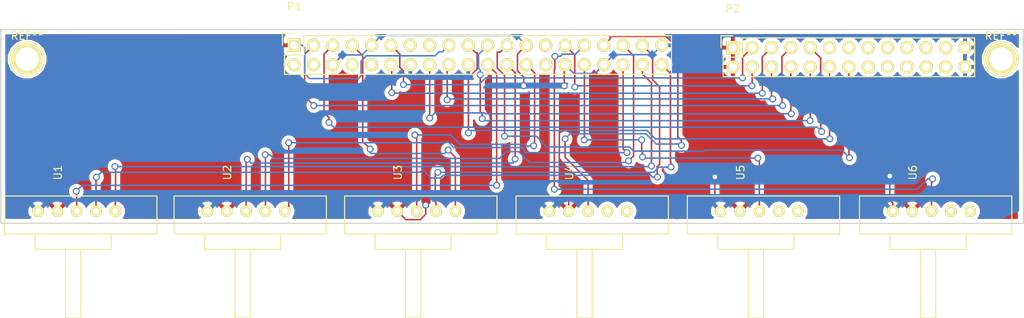
<source format=kicad_pcb>
(kicad_pcb (version 4) (host pcbnew 4.0.1-3.201512221401+6198~38~ubuntu15.10.1-stable)

  (general
    (links 46)
    (no_connects 0)
    (area 58.959999 80.99 193.420001 123.275001)
    (thickness 1.6)
    (drawings 4)
    (tracks 376)
    (zones 0)
    (modules 10)
    (nets 51)
  )

  (page A3)
  (title_block
    (date "15 nov 2012")
  )

  (layers
    (0 F.Cu signal)
    (31 B.Cu signal)
    (32 B.Adhes user)
    (33 F.Adhes user)
    (34 B.Paste user)
    (35 F.Paste user)
    (36 B.SilkS user)
    (37 F.SilkS user)
    (38 B.Mask user)
    (39 F.Mask user)
    (40 Dwgs.User user)
    (41 Cmts.User user)
    (42 Eco1.User user)
    (43 Eco2.User user)
    (44 Edge.Cuts user)
  )

  (setup
    (last_trace_width 0.2)
    (trace_clearance 0.2)
    (zone_clearance 0.508)
    (zone_45_only no)
    (trace_min 0.1524)
    (segment_width 0.2)
    (edge_width 0.15)
    (via_size 0.9)
    (via_drill 0.6)
    (via_min_size 0.8)
    (via_min_drill 0.5)
    (uvia_size 0.5)
    (uvia_drill 0.1)
    (uvias_allowed no)
    (uvia_min_size 0)
    (uvia_min_drill 0)
    (pcb_text_width 0.3)
    (pcb_text_size 1 1)
    (mod_edge_width 0.15)
    (mod_text_size 1 1)
    (mod_text_width 0.15)
    (pad_size 4.064 4.064)
    (pad_drill 3.048)
    (pad_to_mask_clearance 0)
    (aux_axis_origin 143.5 181)
    (visible_elements 7FFFFFFF)
    (pcbplotparams
      (layerselection 0x000e0_80000001)
      (usegerberextensions true)
      (excludeedgelayer true)
      (linewidth 0.150000)
      (plotframeref false)
      (viasonmask false)
      (mode 1)
      (useauxorigin false)
      (hpglpennumber 1)
      (hpglpenspeed 20)
      (hpglpendiameter 15)
      (hpglpenoverlay 2)
      (psnegative false)
      (psa4output false)
      (plotreference true)
      (plotvalue true)
      (plotinvisibletext false)
      (padsonsilk false)
      (subtractmaskfromsilk false)
      (outputformat 1)
      (mirror false)
      (drillshape 0)
      (scaleselection 1)
      (outputdirectory gerbers/))
  )

  (net 0 "")
  (net 1 +3V3)
  (net 2 "Net-(P1-Pad2)")
  (net 3 /GPIO2)
  (net 4 "Net-(P1-Pad4)")
  (net 5 /GPIO3)
  (net 6 GND)
  (net 7 /GPIO4)
  (net 8 /UARTTX)
  (net 9 /UARTRX)
  (net 10 /GPIO17)
  (net 11 /GPIO18)
  (net 12 /GPIO27)
  (net 13 /GPIO22)
  (net 14 /GPIO23)
  (net 15 /GPIO24)
  (net 16 /GPIO10)
  (net 17 /GPIO9)
  (net 18 /GPIO25)
  (net 19 /GPIO11)
  (net 20 /GPIO8)
  (net 21 /GPIO7)
  (net 22 "Net-(P1-Pad27)")
  (net 23 "Net-(P1-Pad28)")
  (net 24 /GPIO5)
  (net 25 /GPIO6)
  (net 26 /GPIO12)
  (net 27 /GPIO13)
  (net 28 /GPIO19)
  (net 29 /GPIO16)
  (net 30 /GPIO26)
  (net 31 /GPIO20)
  (net 32 /GPIO21)
  (net 33 "Net-(P2-Pad15)")
  (net 34 "Net-(P2-Pad16)")
  (net 35 "Net-(P2-Pad17)")
  (net 36 "Net-(P2-Pad18)")
  (net 37 "Net-(P2-Pad19)")
  (net 38 "Net-(P2-Pad20)")
  (net 39 "Net-(P2-Pad21)")
  (net 40 "Net-(P2-Pad22)")
  (net 41 "Net-(P2-Pad23)")
  (net 42 "Net-(P2-Pad24)")
  (net 43 "Net-(U4-Pad2)")
  (net 44 "Net-(U4-Pad1)")
  (net 45 "Net-(U5-Pad2)")
  (net 46 "Net-(U5-Pad1)")
  (net 47 "Net-(U6-Pad2)")
  (net 48 "Net-(U6-Pad1)")
  (net 49 "Net-(P2-Pad13)")
  (net 50 "Net-(P2-Pad11)")

  (net_class Default "This is the default net class."
    (clearance 0.2)
    (trace_width 0.2)
    (via_dia 0.9)
    (via_drill 0.6)
    (uvia_dia 0.5)
    (uvia_drill 0.1)
    (add_net +3V3)
    (add_net /GPIO10)
    (add_net /GPIO11)
    (add_net /GPIO12)
    (add_net /GPIO13)
    (add_net /GPIO16)
    (add_net /GPIO17)
    (add_net /GPIO18)
    (add_net /GPIO19)
    (add_net /GPIO2)
    (add_net /GPIO20)
    (add_net /GPIO21)
    (add_net /GPIO22)
    (add_net /GPIO23)
    (add_net /GPIO24)
    (add_net /GPIO25)
    (add_net /GPIO26)
    (add_net /GPIO27)
    (add_net /GPIO3)
    (add_net /GPIO4)
    (add_net /GPIO5)
    (add_net /GPIO6)
    (add_net /GPIO7)
    (add_net /GPIO8)
    (add_net /GPIO9)
    (add_net /UARTRX)
    (add_net /UARTTX)
    (add_net GND)
    (add_net "Net-(P1-Pad2)")
    (add_net "Net-(P1-Pad27)")
    (add_net "Net-(P1-Pad28)")
    (add_net "Net-(P1-Pad4)")
    (add_net "Net-(P2-Pad11)")
    (add_net "Net-(P2-Pad13)")
    (add_net "Net-(P2-Pad15)")
    (add_net "Net-(P2-Pad16)")
    (add_net "Net-(P2-Pad17)")
    (add_net "Net-(P2-Pad18)")
    (add_net "Net-(P2-Pad19)")
    (add_net "Net-(P2-Pad20)")
    (add_net "Net-(P2-Pad21)")
    (add_net "Net-(P2-Pad22)")
    (add_net "Net-(P2-Pad23)")
    (add_net "Net-(P2-Pad24)")
    (add_net "Net-(U4-Pad1)")
    (add_net "Net-(U4-Pad2)")
    (add_net "Net-(U5-Pad1)")
    (add_net "Net-(U5-Pad2)")
    (add_net "Net-(U6-Pad1)")
    (add_net "Net-(U6-Pad2)")
  )

  (net_class Power ""
    (clearance 0.2)
    (trace_width 0.5)
    (via_dia 1)
    (via_drill 0.7)
    (uvia_dia 0.5)
    (uvia_drill 0.1)
  )

  (module Connect:1pin (layer F.Cu) (tedit 57F9506C) (tstamp 57F951E4)
    (at 62.52 89.025)
    (descr "module 1 pin (ou trou mecanique de percage)")
    (tags DEV)
    (fp_text reference REF** (at 0 -3.048) (layer F.SilkS)
      (effects (font (size 1 1) (thickness 0.15)))
    )
    (fp_text value 1pin (at 0 2.794) (layer F.Fab)
      (effects (font (size 1 1) (thickness 0.15)))
    )
    (fp_circle (center 0 0) (end 0 -2.286) (layer F.SilkS) (width 0.15))
    (pad 1 thru_hole circle (at 0 0) (size 4.064 4.064) (drill 3.048) (layers *.Cu *.Mask F.SilkS))
  )

  (module Socket_Strips:Socket_Strip_Straight_2x20 (layer F.Cu) (tedit 0) (tstamp 57F93D2C)
    (at 97.585 87.215)
    (descr "Through hole socket strip")
    (tags "socket strip")
    (path /57F92E23)
    (fp_text reference P1 (at 0 -5.1) (layer F.SilkS)
      (effects (font (size 1 1) (thickness 0.15)))
    )
    (fp_text value CONN_02X20 (at 0 -3.1) (layer F.Fab)
      (effects (font (size 1 1) (thickness 0.15)))
    )
    (fp_line (start -1.75 -1.75) (end -1.75 4.3) (layer F.CrtYd) (width 0.05))
    (fp_line (start 50.05 -1.75) (end 50.05 4.3) (layer F.CrtYd) (width 0.05))
    (fp_line (start -1.75 -1.75) (end 50.05 -1.75) (layer F.CrtYd) (width 0.05))
    (fp_line (start -1.75 4.3) (end 50.05 4.3) (layer F.CrtYd) (width 0.05))
    (fp_line (start 49.53 3.81) (end -1.27 3.81) (layer F.SilkS) (width 0.15))
    (fp_line (start 1.27 -1.27) (end 49.53 -1.27) (layer F.SilkS) (width 0.15))
    (fp_line (start 49.53 3.81) (end 49.53 -1.27) (layer F.SilkS) (width 0.15))
    (fp_line (start -1.27 3.81) (end -1.27 1.27) (layer F.SilkS) (width 0.15))
    (fp_line (start 0 -1.55) (end -1.55 -1.55) (layer F.SilkS) (width 0.15))
    (fp_line (start -1.27 1.27) (end 1.27 1.27) (layer F.SilkS) (width 0.15))
    (fp_line (start 1.27 1.27) (end 1.27 -1.27) (layer F.SilkS) (width 0.15))
    (fp_line (start -1.55 -1.55) (end -1.55 0) (layer F.SilkS) (width 0.15))
    (pad 1 thru_hole rect (at 0 0) (size 1.7272 1.7272) (drill 1.016) (layers *.Cu *.Mask F.SilkS)
      (net 1 +3V3))
    (pad 2 thru_hole oval (at 0 2.54) (size 1.7272 1.7272) (drill 1.016) (layers *.Cu *.Mask F.SilkS)
      (net 2 "Net-(P1-Pad2)"))
    (pad 3 thru_hole oval (at 2.54 0) (size 1.7272 1.7272) (drill 1.016) (layers *.Cu *.Mask F.SilkS)
      (net 3 /GPIO2))
    (pad 4 thru_hole oval (at 2.54 2.54) (size 1.7272 1.7272) (drill 1.016) (layers *.Cu *.Mask F.SilkS)
      (net 4 "Net-(P1-Pad4)"))
    (pad 5 thru_hole oval (at 5.08 0) (size 1.7272 1.7272) (drill 1.016) (layers *.Cu *.Mask F.SilkS)
      (net 5 /GPIO3))
    (pad 6 thru_hole oval (at 5.08 2.54) (size 1.7272 1.7272) (drill 1.016) (layers *.Cu *.Mask F.SilkS)
      (net 6 GND))
    (pad 7 thru_hole oval (at 7.62 0) (size 1.7272 1.7272) (drill 1.016) (layers *.Cu *.Mask F.SilkS)
      (net 7 /GPIO4))
    (pad 8 thru_hole oval (at 7.62 2.54) (size 1.7272 1.7272) (drill 1.016) (layers *.Cu *.Mask F.SilkS)
      (net 8 /UARTTX))
    (pad 9 thru_hole oval (at 10.16 0) (size 1.7272 1.7272) (drill 1.016) (layers *.Cu *.Mask F.SilkS)
      (net 6 GND))
    (pad 10 thru_hole oval (at 10.16 2.54) (size 1.7272 1.7272) (drill 1.016) (layers *.Cu *.Mask F.SilkS)
      (net 9 /UARTRX))
    (pad 11 thru_hole oval (at 12.7 0) (size 1.7272 1.7272) (drill 1.016) (layers *.Cu *.Mask F.SilkS)
      (net 10 /GPIO17))
    (pad 12 thru_hole oval (at 12.7 2.54) (size 1.7272 1.7272) (drill 1.016) (layers *.Cu *.Mask F.SilkS)
      (net 11 /GPIO18))
    (pad 13 thru_hole oval (at 15.24 0) (size 1.7272 1.7272) (drill 1.016) (layers *.Cu *.Mask F.SilkS)
      (net 12 /GPIO27))
    (pad 14 thru_hole oval (at 15.24 2.54) (size 1.7272 1.7272) (drill 1.016) (layers *.Cu *.Mask F.SilkS)
      (net 6 GND))
    (pad 15 thru_hole oval (at 17.78 0) (size 1.7272 1.7272) (drill 1.016) (layers *.Cu *.Mask F.SilkS)
      (net 13 /GPIO22))
    (pad 16 thru_hole oval (at 17.78 2.54) (size 1.7272 1.7272) (drill 1.016) (layers *.Cu *.Mask F.SilkS)
      (net 14 /GPIO23))
    (pad 17 thru_hole oval (at 20.32 0) (size 1.7272 1.7272) (drill 1.016) (layers *.Cu *.Mask F.SilkS)
      (net 1 +3V3))
    (pad 18 thru_hole oval (at 20.32 2.54) (size 1.7272 1.7272) (drill 1.016) (layers *.Cu *.Mask F.SilkS)
      (net 15 /GPIO24))
    (pad 19 thru_hole oval (at 22.86 0) (size 1.7272 1.7272) (drill 1.016) (layers *.Cu *.Mask F.SilkS)
      (net 16 /GPIO10))
    (pad 20 thru_hole oval (at 22.86 2.54) (size 1.7272 1.7272) (drill 1.016) (layers *.Cu *.Mask F.SilkS)
      (net 6 GND))
    (pad 21 thru_hole oval (at 25.4 0) (size 1.7272 1.7272) (drill 1.016) (layers *.Cu *.Mask F.SilkS)
      (net 17 /GPIO9))
    (pad 22 thru_hole oval (at 25.4 2.54) (size 1.7272 1.7272) (drill 1.016) (layers *.Cu *.Mask F.SilkS)
      (net 18 /GPIO25))
    (pad 23 thru_hole oval (at 27.94 0) (size 1.7272 1.7272) (drill 1.016) (layers *.Cu *.Mask F.SilkS)
      (net 19 /GPIO11))
    (pad 24 thru_hole oval (at 27.94 2.54) (size 1.7272 1.7272) (drill 1.016) (layers *.Cu *.Mask F.SilkS)
      (net 20 /GPIO8))
    (pad 25 thru_hole oval (at 30.48 0) (size 1.7272 1.7272) (drill 1.016) (layers *.Cu *.Mask F.SilkS)
      (net 6 GND))
    (pad 26 thru_hole oval (at 30.48 2.54) (size 1.7272 1.7272) (drill 1.016) (layers *.Cu *.Mask F.SilkS)
      (net 21 /GPIO7))
    (pad 27 thru_hole oval (at 33.02 0) (size 1.7272 1.7272) (drill 1.016) (layers *.Cu *.Mask F.SilkS)
      (net 22 "Net-(P1-Pad27)"))
    (pad 28 thru_hole oval (at 33.02 2.54) (size 1.7272 1.7272) (drill 1.016) (layers *.Cu *.Mask F.SilkS)
      (net 23 "Net-(P1-Pad28)"))
    (pad 29 thru_hole oval (at 35.56 0) (size 1.7272 1.7272) (drill 1.016) (layers *.Cu *.Mask F.SilkS)
      (net 24 /GPIO5))
    (pad 30 thru_hole oval (at 35.56 2.54) (size 1.7272 1.7272) (drill 1.016) (layers *.Cu *.Mask F.SilkS)
      (net 6 GND))
    (pad 31 thru_hole oval (at 38.1 0) (size 1.7272 1.7272) (drill 1.016) (layers *.Cu *.Mask F.SilkS)
      (net 25 /GPIO6))
    (pad 32 thru_hole oval (at 38.1 2.54) (size 1.7272 1.7272) (drill 1.016) (layers *.Cu *.Mask F.SilkS)
      (net 26 /GPIO12))
    (pad 33 thru_hole oval (at 40.64 0) (size 1.7272 1.7272) (drill 1.016) (layers *.Cu *.Mask F.SilkS)
      (net 27 /GPIO13))
    (pad 34 thru_hole oval (at 40.64 2.54) (size 1.7272 1.7272) (drill 1.016) (layers *.Cu *.Mask F.SilkS)
      (net 6 GND))
    (pad 35 thru_hole oval (at 43.18 0) (size 1.7272 1.7272) (drill 1.016) (layers *.Cu *.Mask F.SilkS)
      (net 28 /GPIO19))
    (pad 36 thru_hole oval (at 43.18 2.54) (size 1.7272 1.7272) (drill 1.016) (layers *.Cu *.Mask F.SilkS)
      (net 29 /GPIO16))
    (pad 37 thru_hole oval (at 45.72 0) (size 1.7272 1.7272) (drill 1.016) (layers *.Cu *.Mask F.SilkS)
      (net 30 /GPIO26))
    (pad 38 thru_hole oval (at 45.72 2.54) (size 1.7272 1.7272) (drill 1.016) (layers *.Cu *.Mask F.SilkS)
      (net 31 /GPIO20))
    (pad 39 thru_hole oval (at 48.26 0) (size 1.7272 1.7272) (drill 1.016) (layers *.Cu *.Mask F.SilkS)
      (net 6 GND))
    (pad 40 thru_hole oval (at 48.26 2.54) (size 1.7272 1.7272) (drill 1.016) (layers *.Cu *.Mask F.SilkS)
      (net 32 /GPIO21))
    (model Socket_Strips.3dshapes/Socket_Strip_Straight_2x20.wrl
      (at (xyz 0.95 -0.05 0))
      (scale (xyz 1 1 1))
      (rotate (xyz 0 0 180))
    )
  )

  (module Socket_Strips:Socket_Strip_Straight_2x13 (layer F.Cu) (tedit 0) (tstamp 57F93D56)
    (at 155.17 87.515)
    (descr "Through hole socket strip")
    (tags "socket strip")
    (path /57F945CF)
    (fp_text reference P2 (at 0 -5.1) (layer F.SilkS)
      (effects (font (size 1 1) (thickness 0.15)))
    )
    (fp_text value CONN_02X13 (at 0 -3.1) (layer F.Fab)
      (effects (font (size 1 1) (thickness 0.15)))
    )
    (fp_line (start -1.75 -1.75) (end -1.75 4.3) (layer F.CrtYd) (width 0.05))
    (fp_line (start 32.25 -1.75) (end 32.25 4.3) (layer F.CrtYd) (width 0.05))
    (fp_line (start -1.75 -1.75) (end 32.25 -1.75) (layer F.CrtYd) (width 0.05))
    (fp_line (start -1.75 4.3) (end 32.25 4.3) (layer F.CrtYd) (width 0.05))
    (fp_line (start -1.27 3.81) (end 31.75 3.81) (layer F.SilkS) (width 0.15))
    (fp_line (start 1.27 -1.27) (end 31.75 -1.27) (layer F.SilkS) (width 0.15))
    (fp_line (start 31.75 3.81) (end 31.75 -1.27) (layer F.SilkS) (width 0.15))
    (fp_line (start -1.27 3.81) (end -1.27 1.27) (layer F.SilkS) (width 0.15))
    (fp_line (start 0 -1.55) (end -1.55 -1.55) (layer F.SilkS) (width 0.15))
    (fp_line (start -1.27 1.27) (end 1.27 1.27) (layer F.SilkS) (width 0.15))
    (fp_line (start 1.27 1.27) (end 1.27 -1.27) (layer F.SilkS) (width 0.15))
    (fp_line (start -1.55 -1.55) (end -1.55 0) (layer F.SilkS) (width 0.15))
    (pad 1 thru_hole rect (at 0 0) (size 1.7272 1.7272) (drill 1.016) (layers *.Cu *.Mask F.SilkS)
      (net 1 +3V3))
    (pad 2 thru_hole oval (at 0 2.54) (size 1.7272 1.7272) (drill 1.016) (layers *.Cu *.Mask F.SilkS)
      (net 1 +3V3))
    (pad 3 thru_hole oval (at 2.54 0) (size 1.7272 1.7272) (drill 1.016) (layers *.Cu *.Mask F.SilkS)
      (net 10 /GPIO17))
    (pad 4 thru_hole oval (at 2.54 2.54) (size 1.7272 1.7272) (drill 1.016) (layers *.Cu *.Mask F.SilkS)
      (net 24 /GPIO5))
    (pad 5 thru_hole oval (at 5.08 0) (size 1.7272 1.7272) (drill 1.016) (layers *.Cu *.Mask F.SilkS)
      (net 11 /GPIO18))
    (pad 6 thru_hole oval (at 5.08 2.54) (size 1.7272 1.7272) (drill 1.016) (layers *.Cu *.Mask F.SilkS)
      (net 15 /GPIO24))
    (pad 7 thru_hole oval (at 7.62 0) (size 1.7272 1.7272) (drill 1.016) (layers *.Cu *.Mask F.SilkS)
      (net 3 /GPIO2))
    (pad 8 thru_hole oval (at 7.62 2.54) (size 1.7272 1.7272) (drill 1.016) (layers *.Cu *.Mask F.SilkS)
      (net 14 /GPIO23))
    (pad 9 thru_hole oval (at 10.16 0) (size 1.7272 1.7272) (drill 1.016) (layers *.Cu *.Mask F.SilkS)
      (net 5 /GPIO3))
    (pad 10 thru_hole oval (at 10.16 2.54) (size 1.7272 1.7272) (drill 1.016) (layers *.Cu *.Mask F.SilkS)
      (net 17 /GPIO9))
    (pad 11 thru_hole oval (at 12.7 0) (size 1.7272 1.7272) (drill 1.016) (layers *.Cu *.Mask F.SilkS)
      (net 50 "Net-(P2-Pad11)"))
    (pad 12 thru_hole oval (at 12.7 2.54) (size 1.7272 1.7272) (drill 1.016) (layers *.Cu *.Mask F.SilkS)
      (net 16 /GPIO10))
    (pad 13 thru_hole oval (at 15.24 0) (size 1.7272 1.7272) (drill 1.016) (layers *.Cu *.Mask F.SilkS)
      (net 49 "Net-(P2-Pad13)"))
    (pad 14 thru_hole oval (at 15.24 2.54) (size 1.7272 1.7272) (drill 1.016) (layers *.Cu *.Mask F.SilkS)
      (net 19 /GPIO11))
    (pad 15 thru_hole oval (at 17.78 0) (size 1.7272 1.7272) (drill 1.016) (layers *.Cu *.Mask F.SilkS)
      (net 33 "Net-(P2-Pad15)"))
    (pad 16 thru_hole oval (at 17.78 2.54) (size 1.7272 1.7272) (drill 1.016) (layers *.Cu *.Mask F.SilkS)
      (net 34 "Net-(P2-Pad16)"))
    (pad 17 thru_hole oval (at 20.32 0) (size 1.7272 1.7272) (drill 1.016) (layers *.Cu *.Mask F.SilkS)
      (net 35 "Net-(P2-Pad17)"))
    (pad 18 thru_hole oval (at 20.32 2.54) (size 1.7272 1.7272) (drill 1.016) (layers *.Cu *.Mask F.SilkS)
      (net 36 "Net-(P2-Pad18)"))
    (pad 19 thru_hole oval (at 22.86 0) (size 1.7272 1.7272) (drill 1.016) (layers *.Cu *.Mask F.SilkS)
      (net 37 "Net-(P2-Pad19)"))
    (pad 20 thru_hole oval (at 22.86 2.54) (size 1.7272 1.7272) (drill 1.016) (layers *.Cu *.Mask F.SilkS)
      (net 38 "Net-(P2-Pad20)"))
    (pad 21 thru_hole oval (at 25.4 0) (size 1.7272 1.7272) (drill 1.016) (layers *.Cu *.Mask F.SilkS)
      (net 39 "Net-(P2-Pad21)"))
    (pad 22 thru_hole oval (at 25.4 2.54) (size 1.7272 1.7272) (drill 1.016) (layers *.Cu *.Mask F.SilkS)
      (net 40 "Net-(P2-Pad22)"))
    (pad 23 thru_hole oval (at 27.94 0) (size 1.7272 1.7272) (drill 1.016) (layers *.Cu *.Mask F.SilkS)
      (net 41 "Net-(P2-Pad23)"))
    (pad 24 thru_hole oval (at 27.94 2.54) (size 1.7272 1.7272) (drill 1.016) (layers *.Cu *.Mask F.SilkS)
      (net 42 "Net-(P2-Pad24)"))
    (pad 25 thru_hole oval (at 30.48 0) (size 1.7272 1.7272) (drill 1.016) (layers *.Cu *.Mask F.SilkS)
      (net 6 GND))
    (pad 26 thru_hole oval (at 30.48 2.54) (size 1.7272 1.7272) (drill 1.016) (layers *.Cu *.Mask F.SilkS)
      (net 6 GND))
    (model Socket_Strips.3dshapes/Socket_Strip_Straight_2x13.wrl
      (at (xyz 0.6 -0.05 0))
      (scale (xyz 1 1 1))
      (rotate (xyz 0 0 180))
    )
  )

  (module my_lib:KY-040 (layer F.Cu) (tedit 57F9397A) (tstamp 57F93D6A)
    (at 71.565 109 270)
    (path /57F934A9)
    (fp_text reference U1 (at -5.08 5 270) (layer F.SilkS)
      (effects (font (size 1 1) (thickness 0.15)))
    )
    (fp_text value KY-040 (at 0 -4.7 270) (layer F.Fab)
      (effects (font (size 1 1) (thickness 0.15)))
    )
    (fp_line (start 14 4) (end 5 4) (layer F.SilkS) (width 0.15))
    (fp_line (start 14 2) (end 14 4) (layer F.SilkS) (width 0.15))
    (fp_line (start 5 2) (end 14 2) (layer F.SilkS) (width 0.15))
    (fp_line (start 5 8) (end 3 8) (layer F.SilkS) (width 0.15))
    (fp_line (start 5 -2) (end 5 8) (layer F.SilkS) (width 0.15))
    (fp_line (start 3 -2) (end 5 -2) (layer F.SilkS) (width 0.15))
    (fp_line (start -2 -8) (end 0 -8) (layer F.SilkS) (width 0.15))
    (fp_line (start -2 12) (end -2 -8) (layer F.SilkS) (width 0.15))
    (fp_line (start 3 12) (end -2 12) (layer F.SilkS) (width 0.15))
    (fp_line (start 3 -8) (end 3 12) (layer F.SilkS) (width 0.15))
    (fp_line (start 0 -8) (end 3 -8) (layer F.SilkS) (width 0.15))
    (pad 2 thru_hole circle (at 0 0 270) (size 1.524 1.524) (drill 0.762) (layers *.Cu *.Mask F.SilkS)
      (net 30 /GPIO26))
    (pad 1 thru_hole circle (at 0 -2.54 270) (size 1.524 1.524) (drill 0.762) (layers *.Cu *.Mask F.SilkS)
      (net 31 /GPIO20))
    (pad 3 thru_hole circle (at 0 2.54 270) (size 1.524 1.524) (drill 0.762) (layers *.Cu *.Mask F.SilkS)
      (net 18 /GPIO25))
    (pad 4 thru_hole circle (at 0 5.08 270) (size 1.524 1.524) (drill 0.762) (layers *.Cu *.Mask F.SilkS)
      (net 1 +3V3))
    (pad 5 thru_hole circle (at 0 7.62 270) (size 1.524 1.524) (drill 0.762) (layers *.Cu *.Mask F.SilkS)
      (net 6 GND))
  )

  (module my_lib:KY-040 (layer F.Cu) (tedit 57F9397A) (tstamp 57F93D7E)
    (at 93.81 109 270)
    (path /57F93670)
    (fp_text reference U2 (at -5.08 5 270) (layer F.SilkS)
      (effects (font (size 1 1) (thickness 0.15)))
    )
    (fp_text value KY-040 (at 0 -4.7 270) (layer F.Fab)
      (effects (font (size 1 1) (thickness 0.15)))
    )
    (fp_line (start 14 4) (end 5 4) (layer F.SilkS) (width 0.15))
    (fp_line (start 14 2) (end 14 4) (layer F.SilkS) (width 0.15))
    (fp_line (start 5 2) (end 14 2) (layer F.SilkS) (width 0.15))
    (fp_line (start 5 8) (end 3 8) (layer F.SilkS) (width 0.15))
    (fp_line (start 5 -2) (end 5 8) (layer F.SilkS) (width 0.15))
    (fp_line (start 3 -2) (end 5 -2) (layer F.SilkS) (width 0.15))
    (fp_line (start -2 -8) (end 0 -8) (layer F.SilkS) (width 0.15))
    (fp_line (start -2 12) (end -2 -8) (layer F.SilkS) (width 0.15))
    (fp_line (start 3 12) (end -2 12) (layer F.SilkS) (width 0.15))
    (fp_line (start 3 -8) (end 3 12) (layer F.SilkS) (width 0.15))
    (fp_line (start 0 -8) (end 3 -8) (layer F.SilkS) (width 0.15))
    (pad 2 thru_hole circle (at 0 0 270) (size 1.524 1.524) (drill 0.762) (layers *.Cu *.Mask F.SilkS)
      (net 28 /GPIO19))
    (pad 1 thru_hole circle (at 0 -2.54 270) (size 1.524 1.524) (drill 0.762) (layers *.Cu *.Mask F.SilkS)
      (net 29 /GPIO16))
    (pad 3 thru_hole circle (at 0 2.54 270) (size 1.524 1.524) (drill 0.762) (layers *.Cu *.Mask F.SilkS)
      (net 20 /GPIO8))
    (pad 4 thru_hole circle (at 0 5.08 270) (size 1.524 1.524) (drill 0.762) (layers *.Cu *.Mask F.SilkS)
      (net 1 +3V3))
    (pad 5 thru_hole circle (at 0 7.62 270) (size 1.524 1.524) (drill 0.762) (layers *.Cu *.Mask F.SilkS)
      (net 6 GND))
  )

  (module my_lib:KY-040 (layer F.Cu) (tedit 57F9397A) (tstamp 57F93D92)
    (at 116.205 109 270)
    (path /57F936DE)
    (fp_text reference U3 (at -5.08 5 270) (layer F.SilkS)
      (effects (font (size 1 1) (thickness 0.15)))
    )
    (fp_text value KY-040 (at 0 -4.7 270) (layer F.Fab)
      (effects (font (size 1 1) (thickness 0.15)))
    )
    (fp_line (start 14 4) (end 5 4) (layer F.SilkS) (width 0.15))
    (fp_line (start 14 2) (end 14 4) (layer F.SilkS) (width 0.15))
    (fp_line (start 5 2) (end 14 2) (layer F.SilkS) (width 0.15))
    (fp_line (start 5 8) (end 3 8) (layer F.SilkS) (width 0.15))
    (fp_line (start 5 -2) (end 5 8) (layer F.SilkS) (width 0.15))
    (fp_line (start 3 -2) (end 5 -2) (layer F.SilkS) (width 0.15))
    (fp_line (start -2 -8) (end 0 -8) (layer F.SilkS) (width 0.15))
    (fp_line (start -2 12) (end -2 -8) (layer F.SilkS) (width 0.15))
    (fp_line (start 3 12) (end -2 12) (layer F.SilkS) (width 0.15))
    (fp_line (start 3 -8) (end 3 12) (layer F.SilkS) (width 0.15))
    (fp_line (start 0 -8) (end 3 -8) (layer F.SilkS) (width 0.15))
    (pad 2 thru_hole circle (at 0 0 270) (size 1.524 1.524) (drill 0.762) (layers *.Cu *.Mask F.SilkS)
      (net 32 /GPIO21))
    (pad 1 thru_hole circle (at 0 -2.54 270) (size 1.524 1.524) (drill 0.762) (layers *.Cu *.Mask F.SilkS)
      (net 7 /GPIO4))
    (pad 3 thru_hole circle (at 0 2.54 270) (size 1.524 1.524) (drill 0.762) (layers *.Cu *.Mask F.SilkS)
      (net 21 /GPIO7))
    (pad 4 thru_hole circle (at 0 5.08 270) (size 1.524 1.524) (drill 0.762) (layers *.Cu *.Mask F.SilkS)
      (net 1 +3V3))
    (pad 5 thru_hole circle (at 0 7.62 270) (size 1.524 1.524) (drill 0.762) (layers *.Cu *.Mask F.SilkS)
      (net 6 GND))
  )

  (module my_lib:KY-040 (layer F.Cu) (tedit 57F9397A) (tstamp 57F93DA6)
    (at 138.71 109 270)
    (path /57F93750)
    (fp_text reference U4 (at -5.08 5 270) (layer F.SilkS)
      (effects (font (size 1 1) (thickness 0.15)))
    )
    (fp_text value KY-040 (at 0 -4.7 270) (layer F.Fab)
      (effects (font (size 1 1) (thickness 0.15)))
    )
    (fp_line (start 14 4) (end 5 4) (layer F.SilkS) (width 0.15))
    (fp_line (start 14 2) (end 14 4) (layer F.SilkS) (width 0.15))
    (fp_line (start 5 2) (end 14 2) (layer F.SilkS) (width 0.15))
    (fp_line (start 5 8) (end 3 8) (layer F.SilkS) (width 0.15))
    (fp_line (start 5 -2) (end 5 8) (layer F.SilkS) (width 0.15))
    (fp_line (start 3 -2) (end 5 -2) (layer F.SilkS) (width 0.15))
    (fp_line (start -2 -8) (end 0 -8) (layer F.SilkS) (width 0.15))
    (fp_line (start -2 12) (end -2 -8) (layer F.SilkS) (width 0.15))
    (fp_line (start 3 12) (end -2 12) (layer F.SilkS) (width 0.15))
    (fp_line (start 3 -8) (end 3 12) (layer F.SilkS) (width 0.15))
    (fp_line (start 0 -8) (end 3 -8) (layer F.SilkS) (width 0.15))
    (pad 2 thru_hole circle (at 0 0 270) (size 1.524 1.524) (drill 0.762) (layers *.Cu *.Mask F.SilkS)
      (net 43 "Net-(U4-Pad2)"))
    (pad 1 thru_hole circle (at 0 -2.54 270) (size 1.524 1.524) (drill 0.762) (layers *.Cu *.Mask F.SilkS)
      (net 44 "Net-(U4-Pad1)"))
    (pad 3 thru_hole circle (at 0 2.54 270) (size 1.524 1.524) (drill 0.762) (layers *.Cu *.Mask F.SilkS)
      (net 27 /GPIO13))
    (pad 4 thru_hole circle (at 0 5.08 270) (size 1.524 1.524) (drill 0.762) (layers *.Cu *.Mask F.SilkS)
      (net 1 +3V3))
    (pad 5 thru_hole circle (at 0 7.62 270) (size 1.524 1.524) (drill 0.762) (layers *.Cu *.Mask F.SilkS)
      (net 6 GND))
  )

  (module my_lib:KY-040 (layer F.Cu) (tedit 57F9397A) (tstamp 57F93DBA)
    (at 161.195 109 270)
    (path /57F937B8)
    (fp_text reference U5 (at -5.08 5 270) (layer F.SilkS)
      (effects (font (size 1 1) (thickness 0.15)))
    )
    (fp_text value KY-040 (at 0 -4.7 270) (layer F.Fab)
      (effects (font (size 1 1) (thickness 0.15)))
    )
    (fp_line (start 14 4) (end 5 4) (layer F.SilkS) (width 0.15))
    (fp_line (start 14 2) (end 14 4) (layer F.SilkS) (width 0.15))
    (fp_line (start 5 2) (end 14 2) (layer F.SilkS) (width 0.15))
    (fp_line (start 5 8) (end 3 8) (layer F.SilkS) (width 0.15))
    (fp_line (start 5 -2) (end 5 8) (layer F.SilkS) (width 0.15))
    (fp_line (start 3 -2) (end 5 -2) (layer F.SilkS) (width 0.15))
    (fp_line (start -2 -8) (end 0 -8) (layer F.SilkS) (width 0.15))
    (fp_line (start -2 12) (end -2 -8) (layer F.SilkS) (width 0.15))
    (fp_line (start 3 12) (end -2 12) (layer F.SilkS) (width 0.15))
    (fp_line (start 3 -8) (end 3 12) (layer F.SilkS) (width 0.15))
    (fp_line (start 0 -8) (end 3 -8) (layer F.SilkS) (width 0.15))
    (pad 2 thru_hole circle (at 0 0 270) (size 1.524 1.524) (drill 0.762) (layers *.Cu *.Mask F.SilkS)
      (net 45 "Net-(U5-Pad2)"))
    (pad 1 thru_hole circle (at 0 -2.54 270) (size 1.524 1.524) (drill 0.762) (layers *.Cu *.Mask F.SilkS)
      (net 46 "Net-(U5-Pad1)"))
    (pad 3 thru_hole circle (at 0 2.54 270) (size 1.524 1.524) (drill 0.762) (layers *.Cu *.Mask F.SilkS)
      (net 26 /GPIO12))
    (pad 4 thru_hole circle (at 0 5.08 270) (size 1.524 1.524) (drill 0.762) (layers *.Cu *.Mask F.SilkS)
      (net 1 +3V3))
    (pad 5 thru_hole circle (at 0 7.62 270) (size 1.524 1.524) (drill 0.762) (layers *.Cu *.Mask F.SilkS)
      (net 6 GND))
  )

  (module my_lib:KY-040 (layer F.Cu) (tedit 57F9397A) (tstamp 57F93DCE)
    (at 183.805 109 270)
    (path /57F93824)
    (fp_text reference U6 (at -5.08 5 270) (layer F.SilkS)
      (effects (font (size 1 1) (thickness 0.15)))
    )
    (fp_text value KY-040 (at 0 -4.7 270) (layer F.Fab)
      (effects (font (size 1 1) (thickness 0.15)))
    )
    (fp_line (start 14 4) (end 5 4) (layer F.SilkS) (width 0.15))
    (fp_line (start 14 2) (end 14 4) (layer F.SilkS) (width 0.15))
    (fp_line (start 5 2) (end 14 2) (layer F.SilkS) (width 0.15))
    (fp_line (start 5 8) (end 3 8) (layer F.SilkS) (width 0.15))
    (fp_line (start 5 -2) (end 5 8) (layer F.SilkS) (width 0.15))
    (fp_line (start 3 -2) (end 5 -2) (layer F.SilkS) (width 0.15))
    (fp_line (start -2 -8) (end 0 -8) (layer F.SilkS) (width 0.15))
    (fp_line (start -2 12) (end -2 -8) (layer F.SilkS) (width 0.15))
    (fp_line (start 3 12) (end -2 12) (layer F.SilkS) (width 0.15))
    (fp_line (start 3 -8) (end 3 12) (layer F.SilkS) (width 0.15))
    (fp_line (start 0 -8) (end 3 -8) (layer F.SilkS) (width 0.15))
    (pad 2 thru_hole circle (at 0 0 270) (size 1.524 1.524) (drill 0.762) (layers *.Cu *.Mask F.SilkS)
      (net 47 "Net-(U6-Pad2)"))
    (pad 1 thru_hole circle (at 0 -2.54 270) (size 1.524 1.524) (drill 0.762) (layers *.Cu *.Mask F.SilkS)
      (net 48 "Net-(U6-Pad1)"))
    (pad 3 thru_hole circle (at 0 2.54 270) (size 1.524 1.524) (drill 0.762) (layers *.Cu *.Mask F.SilkS)
      (net 25 /GPIO6))
    (pad 4 thru_hole circle (at 0 5.08 270) (size 1.524 1.524) (drill 0.762) (layers *.Cu *.Mask F.SilkS)
      (net 1 +3V3))
    (pad 5 thru_hole circle (at 0 7.62 270) (size 1.524 1.524) (drill 0.762) (layers *.Cu *.Mask F.SilkS)
      (net 6 GND))
  )

  (module Connect:1pin (layer F.Cu) (tedit 57F9506C) (tstamp 57F95047)
    (at 190.41 89.025)
    (descr "module 1 pin (ou trou mecanique de percage)")
    (tags DEV)
    (fp_text reference REF** (at 0 -3.048) (layer F.SilkS)
      (effects (font (size 1 1) (thickness 0.15)))
    )
    (fp_text value 1pin (at 0 2.794) (layer F.Fab)
      (effects (font (size 1 1) (thickness 0.15)))
    )
    (fp_circle (center 0 0) (end 0 -2.286) (layer F.SilkS) (width 0.15))
    (pad 1 thru_hole circle (at 0 0) (size 4.064 4.064) (drill 3.048) (layers *.Cu *.Mask F.SilkS))
  )

  (gr_line (start 59.07 110.575) (end 59.07 85.075) (layer Edge.Cuts) (width 0.15))
  (gr_line (start 193.345 110.6) (end 59.19 110.575) (layer Edge.Cuts) (width 0.15))
  (gr_line (start 193.305 85.195) (end 193.345 110.56) (layer Edge.Cuts) (width 0.15))
  (gr_line (start 59.035 85.18) (end 193.33 85.135) (layer Edge.Cuts) (width 0.15))

  (segment (start 147.965 109.94) (end 147.62 109.94) (width 0.2) (layer F.Cu) (net 0))
  (segment (start 155.085 104.595) (end 155.085 107.97) (width 0.2) (layer F.Cu) (net 1))
  (segment (start 155.085 107.97) (end 156.115 109) (width 0.2) (layer F.Cu) (net 1))
  (segment (start 153.365 102.875) (end 155.085 104.595) (width 0.2) (layer F.Cu) (net 1))
  (segment (start 152.12 102.875) (end 153.365 102.875) (width 0.2) (layer F.Cu) (net 1))
  (segment (start 150.695 104.3) (end 152.12 102.875) (width 0.2) (layer F.Cu) (net 1))
  (segment (start 150.695 105.18) (end 150.695 104.3) (width 0.2) (layer F.Cu) (net 1))
  (segment (start 148.355 107.52) (end 150.695 105.18) (width 0.2) (layer F.Cu) (net 1))
  (segment (start 140.555 107.52) (end 148.355 107.52) (width 0.2) (layer F.Cu) (net 1))
  (segment (start 134.305 101.27) (end 140.555 107.52) (width 0.2) (layer F.Cu) (net 1))
  (segment (start 134.305 97.715) (end 134.305 101.27) (width 0.2) (layer F.Cu) (net 1))
  (segment (start 134.27 97.68) (end 134.305 97.715) (width 0.2) (layer F.Cu) (net 1))
  (segment (start 133.09 97.68) (end 134.27 97.68) (width 0.2) (layer F.Cu) (net 1))
  (segment (start 132.399999 98.370001) (end 133.09 97.68) (width 0.2) (layer F.Cu) (net 1))
  (segment (start 133.63 109) (end 133.63 106.899998) (width 0.2) (layer F.Cu) (net 1))
  (segment (start 133.63 106.899998) (end 132.399999 105.669997) (width 0.2) (layer F.Cu) (net 1))
  (segment (start 132.399999 105.669997) (end 132.399999 98.370001) (width 0.2) (layer F.Cu) (net 1))
  (segment (start 155.605239 108.490239) (end 156.624761 108.490239) (width 0.2) (layer B.Cu) (net 1))
  (segment (start 99.63 91.58) (end 98.961399 90.911399) (width 0.2) (layer B.Cu) (net 1))
  (segment (start 98.961399 90.911399) (end 98.961399 87.527799) (width 0.2) (layer B.Cu) (net 1))
  (segment (start 98.961399 87.527799) (end 98.6486 87.215) (width 0.2) (layer B.Cu) (net 1))
  (segment (start 98.6486 87.215) (end 97.585 87.215) (width 0.2) (layer B.Cu) (net 1))
  (segment (start 106.005 91.58) (end 99.63 91.58) (width 0.2) (layer B.Cu) (net 1))
  (segment (start 106.368601 91.216399) (end 106.005 91.58) (width 0.2) (layer B.Cu) (net 1))
  (segment (start 106.368601 89.289197) (end 106.368601 91.216399) (width 0.2) (layer B.Cu) (net 1))
  (segment (start 107.066399 88.591399) (end 106.368601 89.289197) (width 0.2) (layer B.Cu) (net 1))
  (segment (start 116.596401 88.078599) (end 116.083601 88.591399) (width 0.2) (layer B.Cu) (net 1))
  (segment (start 116.083601 88.591399) (end 107.066399 88.591399) (width 0.2) (layer B.Cu) (net 1))
  (segment (start 117.905 87.215) (end 117.041401 88.078599) (width 0.2) (layer B.Cu) (net 1))
  (segment (start 117.041401 88.078599) (end 116.596401 88.078599) (width 0.2) (layer B.Cu) (net 1))
  (via (at 114.86 108.2) (size 0.9) (drill 0.6) (layers F.Cu B.Cu) (net 1))
  (segment (start 114.86 109.375) (end 114.86 108.2) (width 0.2) (layer F.Cu) (net 1))
  (segment (start 112.225 110.1) (end 114.135 110.1) (width 0.2) (layer F.Cu) (net 1))
  (segment (start 114.135 110.1) (end 114.86 109.375) (width 0.2) (layer F.Cu) (net 1))
  (segment (start 111.125 109) (end 112.225 110.1) (width 0.2) (layer F.Cu) (net 1))
  (segment (start 100.16 95.125) (end 98.961399 93.926399) (width 0.2) (layer F.Cu) (net 3))
  (segment (start 98.961399 93.926399) (end 98.961399 88.378601) (width 0.2) (layer F.Cu) (net 3))
  (segment (start 98.961399 88.378601) (end 99.261401 88.078599) (width 0.2) (layer F.Cu) (net 3))
  (segment (start 99.261401 88.078599) (end 100.125 87.215) (width 0.2) (layer F.Cu) (net 3))
  (via (at 100.16 95.125) (size 0.9) (drill 0.6) (layers F.Cu B.Cu) (net 3))
  (segment (start 103.259996 95.125) (end 100.16 95.125) (width 0.2) (layer B.Cu) (net 3))
  (segment (start 161.71 95.125) (end 103.259996 95.125) (width 0.2) (layer B.Cu) (net 3))
  (segment (start 162.79 87.515) (end 161.626399 88.678601) (width 0.2) (layer F.Cu) (net 3))
  (via (at 161.71 95.125) (size 0.9) (drill 0.6) (layers F.Cu B.Cu) (net 3))
  (segment (start 161.626399 88.678601) (end 161.626399 95.041399) (width 0.2) (layer F.Cu) (net 3))
  (segment (start 161.626399 95.041399) (end 161.71 95.125) (width 0.2) (layer F.Cu) (net 3))
  (segment (start 102.15 97.344998) (end 102.15 96.708602) (width 0.2) (layer F.Cu) (net 5))
  (segment (start 102.15 96.708602) (end 101.501399 96.060001) (width 0.2) (layer F.Cu) (net 5))
  (segment (start 101.501399 96.060001) (end 101.501399 88.378601) (width 0.2) (layer F.Cu) (net 5))
  (segment (start 101.501399 88.378601) (end 102.665 87.215) (width 0.2) (layer F.Cu) (net 5))
  (via (at 102.15 97.344998) (size 0.9) (drill 0.6) (layers F.Cu B.Cu) (net 5))
  (segment (start 102.770001 97.964999) (end 102.15 97.344998) (width 0.2) (layer B.Cu) (net 5))
  (segment (start 166.835 98.54) (end 166.259999 97.964999) (width 0.2) (layer B.Cu) (net 5))
  (segment (start 166.259999 97.964999) (end 102.770001 97.964999) (width 0.2) (layer B.Cu) (net 5))
  (segment (start 166.706399 98.276399) (end 166.835 98.405) (width 0.2) (layer F.Cu) (net 5))
  (segment (start 166.835 98.405) (end 166.835 98.54) (width 0.2) (layer F.Cu) (net 5))
  (via (at 166.835 98.54) (size 0.9) (drill 0.6) (layers F.Cu B.Cu) (net 5))
  (segment (start 165.33 87.515) (end 166.706399 88.891399) (width 0.2) (layer F.Cu) (net 5))
  (segment (start 166.706399 88.891399) (end 166.706399 98.276399) (width 0.2) (layer F.Cu) (net 5))
  (segment (start 127.72 92.535) (end 128.356396 92.535) (width 0.2) (layer B.Cu) (net 6))
  (segment (start 128.356396 92.535) (end 133.03 92.535) (width 0.2) (layer B.Cu) (net 6))
  (segment (start 133.03 92.535) (end 133.03 89.87) (width 0.2) (layer F.Cu) (net 6))
  (segment (start 133.03 89.87) (end 133.145 89.755) (width 0.2) (layer F.Cu) (net 6))
  (via (at 175.79 104.385) (size 0.9) (drill 0.6) (layers F.Cu B.Cu) (net 6))
  (segment (start 175.79 107.52737) (end 175.79 104.385) (width 0.2) (layer F.Cu) (net 6))
  (segment (start 176.185 109) (end 176.185 107.92237) (width 0.2) (layer F.Cu) (net 6))
  (segment (start 176.185 107.92237) (end 175.79 107.52737) (width 0.2) (layer F.Cu) (net 6))
  (segment (start 152.813001 108.238001) (end 152.813001 104.485) (width 0.2) (layer F.Cu) (net 6))
  (segment (start 152.813001 104.366999) (end 152.813001 104.485) (width 0.2) (layer F.Cu) (net 6))
  (via (at 152.813001 104.485) (size 0.9) (drill 0.6) (layers F.Cu B.Cu) (net 6))
  (segment (start 153.575 109) (end 152.813001 108.238001) (width 0.2) (layer F.Cu) (net 6))
  (segment (start 139.545 88.435) (end 144.625 88.435) (width 0.2) (layer B.Cu) (net 6))
  (segment (start 144.625 88.435) (end 145.845 87.215) (width 0.2) (layer B.Cu) (net 6))
  (segment (start 138.225 89.755) (end 139.545 88.435) (width 0.2) (layer B.Cu) (net 6))
  (segment (start 133.145 89.755) (end 134.308601 90.918601) (width 0.2) (layer B.Cu) (net 6))
  (segment (start 134.308601 90.918601) (end 137.061399 90.918601) (width 0.2) (layer B.Cu) (net 6))
  (segment (start 137.061399 90.918601) (end 137.361401 90.618599) (width 0.2) (layer B.Cu) (net 6))
  (segment (start 137.361401 90.618599) (end 138.225 89.755) (width 0.2) (layer B.Cu) (net 6))
  (via (at 133.03 92.535) (size 0.9) (drill 0.6) (layers F.Cu B.Cu) (net 6))
  (segment (start 127.72 91.384301) (end 127.72 92.535) (width 0.2) (layer F.Cu) (net 6))
  (via (at 127.72 92.535) (size 0.9) (drill 0.6) (layers F.Cu B.Cu) (net 6))
  (segment (start 128.065 87.215) (end 126.901399 88.378601) (width 0.2) (layer F.Cu) (net 6))
  (segment (start 126.901399 88.378601) (end 126.901399 90.5657) (width 0.2) (layer F.Cu) (net 6))
  (segment (start 126.901399 90.5657) (end 127.72 91.384301) (width 0.2) (layer F.Cu) (net 6))
  (segment (start 108.975 85.935) (end 126.785 85.935) (width 0.2) (layer B.Cu) (net 6))
  (segment (start 126.785 85.935) (end 128.065 87.215) (width 0.2) (layer B.Cu) (net 6))
  (segment (start 108.608599 86.301401) (end 108.975 85.935) (width 0.2) (layer B.Cu) (net 6))
  (segment (start 107.745 87.215) (end 108.608599 86.351401) (width 0.2) (layer B.Cu) (net 6))
  (segment (start 108.608599 86.351401) (end 108.608599 86.301401) (width 0.2) (layer B.Cu) (net 6))
  (segment (start 103.667198 88.485) (end 106.475 88.485) (width 0.2) (layer B.Cu) (net 6))
  (segment (start 106.475 88.485) (end 107.745 87.215) (width 0.2) (layer B.Cu) (net 6))
  (segment (start 103.528599 88.346401) (end 103.667198 88.485) (width 0.2) (layer B.Cu) (net 6))
  (segment (start 102.665 89.755) (end 103.528599 88.891401) (width 0.2) (layer B.Cu) (net 6))
  (segment (start 103.528599 88.891401) (end 103.528599 88.346401) (width 0.2) (layer B.Cu) (net 6))
  (segment (start 107.564999 100.833462) (end 106.581399 99.849862) (width 0.2) (layer F.Cu) (net 7))
  (segment (start 106.581399 99.849862) (end 106.581399 88.591399) (width 0.2) (layer F.Cu) (net 7))
  (segment (start 106.581399 88.591399) (end 106.068599 88.078599) (width 0.2) (layer F.Cu) (net 7))
  (segment (start 106.068599 88.078599) (end 105.205 87.215) (width 0.2) (layer F.Cu) (net 7))
  (segment (start 107.674999 101.419999) (end 107.564999 101.309999) (width 0.2) (layer B.Cu) (net 7))
  (segment (start 107.564999 101.309999) (end 107.564999 100.833462) (width 0.2) (layer B.Cu) (net 7))
  (via (at 107.564999 100.833462) (size 0.9) (drill 0.6) (layers F.Cu B.Cu) (net 7))
  (segment (start 117.79 100.97) (end 117.340001 101.419999) (width 0.2) (layer B.Cu) (net 7))
  (segment (start 117.340001 101.419999) (end 107.674999 101.419999) (width 0.2) (layer B.Cu) (net 7))
  (segment (start 118.745 109) (end 118.745 101.925) (width 0.2) (layer F.Cu) (net 7))
  (segment (start 118.745 101.925) (end 117.79 100.97) (width 0.2) (layer F.Cu) (net 7))
  (via (at 117.79 100.97) (size 0.9) (drill 0.6) (layers F.Cu B.Cu) (net 7))
  (segment (start 111.93 92.375) (end 111.93 90.58213) (width 0.2) (layer F.Cu) (net 10))
  (segment (start 111.93 90.58213) (end 111.448601 90.100731) (width 0.2) (layer F.Cu) (net 10))
  (segment (start 111.448601 90.100731) (end 111.448601 88.378601) (width 0.2) (layer F.Cu) (net 10))
  (segment (start 111.448601 88.378601) (end 111.148599 88.078599) (width 0.2) (layer F.Cu) (net 10))
  (segment (start 111.148599 88.078599) (end 110.285 87.215) (width 0.2) (layer F.Cu) (net 10))
  (segment (start 156.45 91.5) (end 122.707224 91.5) (width 0.2) (layer B.Cu) (net 10))
  (segment (start 122.707224 91.5) (end 121.832224 92.375) (width 0.2) (layer B.Cu) (net 10))
  (segment (start 121.832224 92.375) (end 111.93 92.375) (width 0.2) (layer B.Cu) (net 10))
  (via (at 111.93 92.375) (size 0.9) (drill 0.6) (layers F.Cu B.Cu) (net 10))
  (segment (start 157.71 87.515) (end 156.45 88.775) (width 0.2) (layer F.Cu) (net 10))
  (segment (start 156.45 88.775) (end 156.45 91.5) (width 0.2) (layer F.Cu) (net 10))
  (via (at 156.45 91.5) (size 0.9) (drill 0.6) (layers F.Cu B.Cu) (net 10))
  (segment (start 110.39 93.435) (end 110.39 89.86) (width 0.2) (layer F.Cu) (net 11))
  (segment (start 110.39 89.86) (end 110.285 89.755) (width 0.2) (layer F.Cu) (net 11))
  (segment (start 159.045 93.50499) (end 110.45999 93.50499) (width 0.2) (layer B.Cu) (net 11))
  (segment (start 110.45999 93.50499) (end 110.39 93.435) (width 0.2) (layer B.Cu) (net 11))
  (via (at 110.39 93.435) (size 0.9) (drill 0.6) (layers F.Cu B.Cu) (net 11))
  (segment (start 160.25 87.515) (end 159.045 88.72) (width 0.2) (layer F.Cu) (net 11))
  (segment (start 159.045 88.72) (end 159.045 89.53787) (width 0.2) (layer F.Cu) (net 11))
  (segment (start 159.045 89.53787) (end 159.045 93.50499) (width 0.2) (layer F.Cu) (net 11))
  (via (at 159.045 93.50499) (size 0.9) (drill 0.6) (layers F.Cu B.Cu) (net 11))
  (segment (start 115.375 96.77) (end 115.375 89.765) (width 0.2) (layer F.Cu) (net 14))
  (segment (start 115.375 89.765) (end 115.365 89.755) (width 0.2) (layer F.Cu) (net 14))
  (via (at 115.375 96.77) (size 0.9) (drill 0.6) (layers F.Cu B.Cu) (net 14))
  (segment (start 116.055001 96.089999) (end 115.375 96.77) (width 0.2) (layer B.Cu) (net 14))
  (segment (start 162.86 96.21) (end 122.750002 96.21) (width 0.2) (layer B.Cu) (net 14))
  (segment (start 122.750002 96.21) (end 122.630001 96.089999) (width 0.2) (layer B.Cu) (net 14))
  (segment (start 122.630001 96.089999) (end 116.055001 96.089999) (width 0.2) (layer B.Cu) (net 14))
  (segment (start 162.79 90.055) (end 162.79 96.14) (width 0.2) (layer F.Cu) (net 14))
  (segment (start 162.79 96.14) (end 162.86 96.21) (width 0.2) (layer F.Cu) (net 14))
  (via (at 162.86 96.21) (size 0.9) (drill 0.6) (layers F.Cu B.Cu) (net 14))
  (segment (start 117.67 94.37499) (end 117.67 89.99) (width 0.2) (layer F.Cu) (net 15))
  (segment (start 117.67 89.99) (end 117.905 89.755) (width 0.2) (layer F.Cu) (net 15))
  (segment (start 160.415 94.255) (end 117.78999 94.255) (width 0.2) (layer B.Cu) (net 15))
  (segment (start 117.78999 94.255) (end 117.67 94.37499) (width 0.2) (layer B.Cu) (net 15))
  (via (at 117.67 94.37499) (size 0.9) (drill 0.6) (layers F.Cu B.Cu) (net 15))
  (segment (start 160.25 90.055) (end 160.25 94.09) (width 0.2) (layer F.Cu) (net 15))
  (segment (start 160.25 94.09) (end 160.415 94.255) (width 0.2) (layer F.Cu) (net 15))
  (via (at 160.415 94.255) (size 0.9) (drill 0.6) (layers F.Cu B.Cu) (net 15))
  (segment (start 121.608601 88.178601) (end 121.408601 88.178601) (width 0.2) (layer F.Cu) (net 16))
  (segment (start 121.408601 88.178601) (end 120.445 87.215) (width 0.2) (layer F.Cu) (net 16))
  (segment (start 120.455 98.715) (end 120.455 91.46713) (width 0.2) (layer F.Cu) (net 16))
  (segment (start 120.455 91.46713) (end 121.608601 90.313529) (width 0.2) (layer F.Cu) (net 16))
  (segment (start 121.608601 90.313529) (end 121.608601 88.178601) (width 0.2) (layer F.Cu) (net 16))
  (segment (start 120.775001 98.394999) (end 120.455 98.715) (width 0.2) (layer B.Cu) (net 16))
  (via (at 120.455 98.715) (size 0.9) (drill 0.6) (layers F.Cu B.Cu) (net 16))
  (segment (start 167.91 99.5) (end 144.995002 99.5) (width 0.2) (layer B.Cu) (net 16))
  (segment (start 144.995002 99.5) (end 143.890001 98.394999) (width 0.2) (layer B.Cu) (net 16))
  (segment (start 143.890001 98.394999) (end 120.775001 98.394999) (width 0.2) (layer B.Cu) (net 16))
  (segment (start 167.87 90.055) (end 167.87 99.46) (width 0.2) (layer F.Cu) (net 16))
  (segment (start 167.87 99.46) (end 167.91 99.5) (width 0.2) (layer F.Cu) (net 16))
  (via (at 167.91 99.5) (size 0.9) (drill 0.6) (layers F.Cu B.Cu) (net 16))
  (segment (start 121.785 90.228604) (end 121.785 88.415) (width 0.2) (layer B.Cu) (net 17))
  (segment (start 121.785 88.415) (end 122.985 87.215) (width 0.2) (layer B.Cu) (net 17))
  (segment (start 122.008611 91.088611) (end 122.008611 90.452215) (width 0.2) (layer B.Cu) (net 17))
  (segment (start 122.008611 90.452215) (end 121.785 90.228604) (width 0.2) (layer B.Cu) (net 17))
  (via (at 122.008611 91.088611) (size 0.9) (drill 0.6) (layers F.Cu B.Cu) (net 17))
  (segment (start 122.008611 95.942215) (end 122.008611 91.088611) (width 0.2) (layer F.Cu) (net 17))
  (segment (start 122.27 96.84) (end 122.27 96.203604) (width 0.2) (layer F.Cu) (net 17))
  (segment (start 122.27 96.203604) (end 122.008611 95.942215) (width 0.2) (layer F.Cu) (net 17))
  (segment (start 165.31 97.11) (end 122.54 97.11) (width 0.2) (layer B.Cu) (net 17))
  (segment (start 122.54 97.11) (end 122.27 96.84) (width 0.2) (layer B.Cu) (net 17))
  (via (at 122.27 96.84) (size 0.9) (drill 0.6) (layers F.Cu B.Cu) (net 17))
  (segment (start 165.33 90.055) (end 165.33 97.09) (width 0.2) (layer F.Cu) (net 17))
  (segment (start 165.33 97.09) (end 165.31 97.11) (width 0.2) (layer F.Cu) (net 17))
  (via (at 165.31 97.11) (size 0.9) (drill 0.6) (layers F.Cu B.Cu) (net 17))
  (segment (start 124.165 100.1) (end 124.165 90.935) (width 0.2) (layer F.Cu) (net 18))
  (segment (start 124.165 90.935) (end 122.985 89.755) (width 0.2) (layer F.Cu) (net 18))
  (segment (start 124.165 105.605) (end 124.165 100.1) (width 0.2) (layer F.Cu) (net 18))
  (segment (start 124.165 100.1) (end 124.075 100.01) (width 0.2) (layer F.Cu) (net 18))
  (segment (start 68.975 106.375) (end 69.745 105.605) (width 0.2) (layer B.Cu) (net 18))
  (via (at 124.165 105.605) (size 0.9) (drill 0.6) (layers F.Cu B.Cu) (net 18))
  (segment (start 69.745 105.605) (end 124.165 105.605) (width 0.2) (layer B.Cu) (net 18))
  (segment (start 69.025 109) (end 69.025 106.425) (width 0.2) (layer F.Cu) (net 18))
  (segment (start 69.025 106.425) (end 68.975 106.375) (width 0.2) (layer F.Cu) (net 18))
  (via (at 68.975 106.375) (size 0.9) (drill 0.6) (layers F.Cu B.Cu) (net 18))
  (segment (start 141.945 100.897722) (end 141.609028 100.56175) (width 0.2) (layer B.Cu) (net 19))
  (segment (start 141.609028 100.56175) (end 130.76675 100.56175) (width 0.2) (layer B.Cu) (net 19))
  (segment (start 129.35 99.145) (end 125.2 99.145) (width 0.2) (layer B.Cu) (net 19))
  (segment (start 130.76675 100.56175) (end 129.35 99.145) (width 0.2) (layer B.Cu) (net 19))
  (via (at 125.2 99.145) (size 0.9) (drill 0.6) (layers F.Cu B.Cu) (net 19))
  (segment (start 151.369999 101.110001) (end 151.505 100.975) (width 0.2) (layer B.Cu) (net 19))
  (segment (start 151.505 100.975) (end 169.49 100.975) (width 0.2) (layer B.Cu) (net 19))
  (segment (start 142.022278 100.975) (end 141.945 100.897722) (width 0.2) (layer B.Cu) (net 19))
  (segment (start 141.945 100.897722) (end 142.157279 101.110001) (width 0.2) (layer B.Cu) (net 19))
  (segment (start 142.157279 101.110001) (end 151.369999 101.110001) (width 0.2) (layer B.Cu) (net 19))
  (segment (start 124.245 88.1) (end 124.64 88.1) (width 0.2) (layer F.Cu) (net 19))
  (segment (start 124.64 88.1) (end 125.525 87.215) (width 0.2) (layer F.Cu) (net 19))
  (segment (start 124.245 90.19713) (end 124.245 88.1) (width 0.2) (layer F.Cu) (net 19))
  (segment (start 125.2 99.145) (end 125.2 91.15213) (width 0.2) (layer F.Cu) (net 19))
  (segment (start 125.2 91.15213) (end 124.245 90.19713) (width 0.2) (layer F.Cu) (net 19))
  (segment (start 170.49 101.975) (end 169.49 100.975) (width 0.2) (layer B.Cu) (net 19))
  (segment (start 170.41 101.895) (end 170.49 101.975) (width 0.2) (layer F.Cu) (net 19))
  (via (at 170.49 101.975) (size 0.9) (drill 0.6) (layers F.Cu B.Cu) (net 19))
  (segment (start 170.41 90.055) (end 170.41 101.895) (width 0.2) (layer F.Cu) (net 19))
  (segment (start 126.59 100.035) (end 126.59 90.82) (width 0.2) (layer F.Cu) (net 20))
  (segment (start 126.59 90.82) (end 125.525 89.755) (width 0.2) (layer F.Cu) (net 20))
  (segment (start 126.59 102.145) (end 126.59 100.035) (width 0.2) (layer F.Cu) (net 20))
  (segment (start 126.59 100.035) (end 126.615 100.01) (width 0.2) (layer F.Cu) (net 20))
  (segment (start 126.345 102.67) (end 126.345 102.39) (width 0.2) (layer B.Cu) (net 20))
  (segment (start 126.345 102.39) (end 126.59 102.145) (width 0.2) (layer B.Cu) (net 20))
  (via (at 126.59 102.145) (size 0.9) (drill 0.6) (layers F.Cu B.Cu) (net 20))
  (segment (start 91.915 102.67) (end 126.345 102.67) (width 0.2) (layer B.Cu) (net 20))
  (segment (start 91.43 102.185) (end 91.915 102.67) (width 0.2) (layer B.Cu) (net 20))
  (segment (start 91.27 109) (end 91.27 102.345) (width 0.2) (layer F.Cu) (net 20))
  (segment (start 91.27 102.345) (end 91.43 102.185) (width 0.2) (layer F.Cu) (net 20))
  (via (at 91.43 102.185) (size 0.9) (drill 0.6) (layers F.Cu B.Cu) (net 20))
  (segment (start 118.09 98.955) (end 118.055 98.99) (width 0.2) (layer B.Cu) (net 21))
  (segment (start 118.055 98.99) (end 113.435 98.99) (width 0.2) (layer B.Cu) (net 21))
  (segment (start 119.354999 100.219999) (end 118.09 98.955) (width 0.2) (layer B.Cu) (net 21))
  (segment (start 128.278604 100.525) (end 127.973603 100.219999) (width 0.2) (layer B.Cu) (net 21))
  (segment (start 127.973603 100.219999) (end 119.354999 100.219999) (width 0.2) (layer B.Cu) (net 21))
  (segment (start 129.025 100.415) (end 128.388604 100.415) (width 0.2) (layer B.Cu) (net 21))
  (segment (start 128.388604 100.415) (end 128.278604 100.525) (width 0.2) (layer B.Cu) (net 21))
  (segment (start 129.145 100.295) (end 129.025 100.415) (width 0.2) (layer F.Cu) (net 21))
  (via (at 129.025 100.415) (size 0.9) (drill 0.6) (layers F.Cu B.Cu) (net 21))
  (segment (start 129.145 90.835) (end 129.145 100.295) (width 0.2) (layer F.Cu) (net 21))
  (segment (start 113.665 99.365) (end 113.435 99.135) (width 0.2) (layer F.Cu) (net 21))
  (segment (start 113.435 99.135) (end 113.435 98.99) (width 0.2) (layer F.Cu) (net 21))
  (via (at 113.435 98.99) (size 0.9) (drill 0.6) (layers F.Cu B.Cu) (net 21))
  (segment (start 113.665 107.47) (end 113.665 99.365) (width 0.2) (layer F.Cu) (net 21))
  (segment (start 129.145 90.835) (end 128.065 89.755) (width 0.2) (layer F.Cu) (net 21))
  (segment (start 113.665 109) (end 113.665 107.47) (width 0.2) (layer F.Cu) (net 21))
  (segment (start 113.665 107.47) (end 113.625 107.43) (width 0.2) (layer F.Cu) (net 21))
  (segment (start 134.42 92.695) (end 134.42 88.49) (width 0.2) (layer F.Cu) (net 24))
  (segment (start 134.42 88.49) (end 133.145 87.215) (width 0.2) (layer F.Cu) (net 24))
  (segment (start 157.68 92.535) (end 134.58 92.535) (width 0.2) (layer B.Cu) (net 24))
  (segment (start 134.58 92.535) (end 134.42 92.695) (width 0.2) (layer B.Cu) (net 24))
  (via (at 134.42 92.695) (size 0.9) (drill 0.6) (layers F.Cu B.Cu) (net 24))
  (segment (start 157.71 90.055) (end 157.71 92.505) (width 0.2) (layer F.Cu) (net 24))
  (segment (start 157.71 92.505) (end 157.68 92.535) (width 0.2) (layer F.Cu) (net 24))
  (via (at 157.68 92.535) (size 0.9) (drill 0.6) (layers F.Cu B.Cu) (net 24))
  (segment (start 131.81 88.655) (end 132.52287 88.655) (width 0.2) (layer B.Cu) (net 25))
  (segment (start 132.52287 88.655) (end 132.799269 88.378601) (width 0.2) (layer B.Cu) (net 25))
  (segment (start 132.799269 88.378601) (end 134.521399 88.378601) (width 0.2) (layer B.Cu) (net 25))
  (segment (start 134.521399 88.378601) (end 134.821401 88.078599) (width 0.2) (layer B.Cu) (net 25))
  (segment (start 134.821401 88.078599) (end 135.685 87.215) (width 0.2) (layer B.Cu) (net 25))
  (segment (start 131.81 90.27213) (end 131.81 88.655) (width 0.2) (layer F.Cu) (net 25))
  (via (at 131.81 88.655) (size 0.9) (drill 0.6) (layers F.Cu B.Cu) (net 25))
  (segment (start 131.735 106.115) (end 131.735 90.34713) (width 0.2) (layer F.Cu) (net 25))
  (segment (start 131.735 90.34713) (end 131.81 90.27213) (width 0.2) (layer F.Cu) (net 25))
  (segment (start 179.403604 106.115) (end 131.735 106.115) (width 0.2) (layer B.Cu) (net 25))
  (via (at 131.735 106.115) (size 0.9) (drill 0.6) (layers F.Cu B.Cu) (net 25))
  (segment (start 181.405 104.75) (end 180.768604 104.75) (width 0.2) (layer B.Cu) (net 25))
  (segment (start 180.768604 104.75) (end 179.403604 106.115) (width 0.2) (layer B.Cu) (net 25))
  (segment (start 181.265 109) (end 181.265 104.89) (width 0.2) (layer F.Cu) (net 25))
  (segment (start 181.265 104.89) (end 181.405 104.75) (width 0.2) (layer F.Cu) (net 25))
  (via (at 181.405 104.75) (size 0.9) (drill 0.6) (layers F.Cu B.Cu) (net 25))
  (segment (start 135.685 89.755) (end 135.685 99.605) (width 0.2) (layer F.Cu) (net 26))
  (segment (start 135.685 99.605) (end 135.66 99.63) (width 0.2) (layer F.Cu) (net 26))
  (via (at 135.66 99.63) (size 0.9) (drill 0.6) (layers F.Cu B.Cu) (net 26))
  (segment (start 143.205 99.63) (end 135.66 99.63) (width 0.2) (layer B.Cu) (net 26))
  (segment (start 143.205 101.118604) (end 143.205 99.63) (width 0.2) (layer F.Cu) (net 26))
  (via (at 143.205 99.63) (size 0.9) (drill 0.6) (layers F.Cu B.Cu) (net 26))
  (segment (start 143.32 101.87) (end 143.32 101.233604) (width 0.2) (layer F.Cu) (net 26))
  (segment (start 143.32 101.233604) (end 143.205 101.118604) (width 0.2) (layer F.Cu) (net 26))
  (segment (start 158.455 102.02) (end 143.47 102.02) (width 0.2) (layer B.Cu) (net 26))
  (segment (start 143.47 102.02) (end 143.32 101.87) (width 0.2) (layer B.Cu) (net 26))
  (via (at 143.32 101.87) (size 0.9) (drill 0.6) (layers F.Cu B.Cu) (net 26))
  (segment (start 158.655 109) (end 158.655 102.22) (width 0.2) (layer F.Cu) (net 26))
  (segment (start 158.655 102.22) (end 158.455 102.02) (width 0.2) (layer F.Cu) (net 26))
  (via (at 158.455 102.02) (size 0.9) (drill 0.6) (layers F.Cu B.Cu) (net 26))
  (segment (start 139.023601 86.051399) (end 139.088599 86.116397) (width 0.2) (layer F.Cu) (net 27))
  (segment (start 139.088599 86.116397) (end 139.088599 86.351401) (width 0.2) (layer F.Cu) (net 27))
  (segment (start 139.088599 86.351401) (end 138.225 87.215) (width 0.2) (layer F.Cu) (net 27))
  (segment (start 147.95 88.43) (end 147.95 88.32) (width 0.2) (layer F.Cu) (net 27))
  (segment (start 147.95 99.248604) (end 147.95 88.43) (width 0.2) (layer F.Cu) (net 27))
  (segment (start 146.403529 86.051399) (end 139.023601 86.051399) (width 0.2) (layer F.Cu) (net 27))
  (segment (start 147.95 88.43) (end 147.95 87.59787) (width 0.2) (layer F.Cu) (net 27))
  (segment (start 147.95 87.59787) (end 146.403529 86.051399) (width 0.2) (layer F.Cu) (net 27))
  (segment (start 148.425 100.36) (end 148.425 99.723604) (width 0.2) (layer F.Cu) (net 27))
  (segment (start 148.425 99.723604) (end 147.95 99.248604) (width 0.2) (layer F.Cu) (net 27))
  (segment (start 147.84 100.175) (end 148.24 100.175) (width 0.2) (layer B.Cu) (net 27))
  (segment (start 148.24 100.175) (end 148.425 100.36) (width 0.2) (layer B.Cu) (net 27))
  (via (at 148.425 100.36) (size 0.9) (drill 0.6) (layers F.Cu B.Cu) (net 27))
  (segment (start 147.84 100.175) (end 148.095 100.175) (width 0.2) (layer B.Cu) (net 27))
  (segment (start 145.104304 100.175) (end 147.84 100.175) (width 0.2) (layer B.Cu) (net 27))
  (segment (start 133.15 99.5) (end 133.825 98.825) (width 0.2) (layer B.Cu) (net 27))
  (segment (start 133.825 98.825) (end 143.754304 98.825) (width 0.2) (layer B.Cu) (net 27))
  (segment (start 143.754304 98.825) (end 145.104304 100.175) (width 0.2) (layer B.Cu) (net 27))
  (via (at 133.15 99.5) (size 0.9) (drill 0.6) (layers F.Cu B.Cu) (net 27))
  (segment (start 133.15 101.925) (end 133.15 99.5) (width 0.2) (layer F.Cu) (net 27))
  (segment (start 136.17 104.945) (end 133.15 101.925) (width 0.2) (layer F.Cu) (net 27))
  (segment (start 136.17 105.21) (end 136.17 105.045) (width 0.2) (layer F.Cu) (net 27))
  (segment (start 136.17 109) (end 136.17 105.21) (width 0.2) (layer F.Cu) (net 27))
  (segment (start 136.17 105.21) (end 136.17 104.945) (width 0.2) (layer F.Cu) (net 27))
  (segment (start 141.49 102.38999) (end 142.141399 101.738591) (width 0.2) (layer F.Cu) (net 28))
  (segment (start 142.141399 88.591399) (end 141.628599 88.078599) (width 0.2) (layer F.Cu) (net 28))
  (segment (start 142.141399 101.738591) (end 142.141399 88.591399) (width 0.2) (layer F.Cu) (net 28))
  (segment (start 141.628599 88.078599) (end 140.765 87.215) (width 0.2) (layer F.Cu) (net 28))
  (segment (start 140.195 102.59) (end 141.28999 102.59) (width 0.2) (layer B.Cu) (net 28))
  (segment (start 141.28999 102.59) (end 141.49 102.38999) (width 0.2) (layer B.Cu) (net 28))
  (via (at 141.49 102.38999) (size 0.9) (drill 0.6) (layers F.Cu B.Cu) (net 28))
  (segment (start 128.5 102.59) (end 140.195 102.59) (width 0.2) (layer B.Cu) (net 28))
  (segment (start 127.083601 101.173601) (end 128.5 102.59) (width 0.2) (layer B.Cu) (net 28))
  (segment (start 124.535 102.065) (end 125.426399 101.173601) (width 0.2) (layer B.Cu) (net 28))
  (segment (start 125.426399 101.173601) (end 127.083601 101.173601) (width 0.2) (layer B.Cu) (net 28))
  (segment (start 94.886396 102.065) (end 124.535 102.065) (width 0.2) (layer B.Cu) (net 28))
  (segment (start 93.765 101.58) (end 94.401396 101.58) (width 0.2) (layer B.Cu) (net 28))
  (segment (start 94.401396 101.58) (end 94.886396 102.065) (width 0.2) (layer B.Cu) (net 28))
  (segment (start 93.81 109) (end 93.81 101.625) (width 0.2) (layer F.Cu) (net 28))
  (segment (start 93.81 101.625) (end 93.765 101.58) (width 0.2) (layer F.Cu) (net 28))
  (via (at 93.765 101.58) (size 0.9) (drill 0.6) (layers F.Cu B.Cu) (net 28))
  (segment (start 117.740001 99.84) (end 117.575001 100.005) (width 0.2) (layer B.Cu) (net 29))
  (segment (start 117.575001 100.005) (end 96.87 100.005) (width 0.2) (layer B.Cu) (net 29))
  (segment (start 127.465 100.64) (end 118.540001 100.64) (width 0.2) (layer B.Cu) (net 29))
  (segment (start 118.540001 100.64) (end 117.740001 99.84) (width 0.2) (layer B.Cu) (net 29))
  (segment (start 127.78745 101.311751) (end 127.78745 100.96245) (width 0.2) (layer B.Cu) (net 29))
  (segment (start 127.78745 100.96245) (end 127.465 100.64) (width 0.2) (layer B.Cu) (net 29))
  (segment (start 96.87 100.005) (end 96.87 108.48) (width 0.2) (layer F.Cu) (net 29))
  (segment (start 96.87 108.48) (end 96.35 109) (width 0.2) (layer F.Cu) (net 29))
  (via (at 96.87 100.005) (size 0.9) (drill 0.6) (layers F.Cu B.Cu) (net 29))
  (segment (start 141.272277 101.311751) (end 127.78745 101.311751) (width 0.2) (layer B.Cu) (net 29))
  (segment (start 140.765 89.755) (end 140.765 100.804474) (width 0.2) (layer F.Cu) (net 29))
  (segment (start 140.765 100.804474) (end 141.272277 101.311751) (width 0.2) (layer F.Cu) (net 29))
  (via (at 141.272277 101.311751) (size 0.9) (drill 0.6) (layers F.Cu B.Cu) (net 29))
  (segment (start 145.27 104.515) (end 144.633604 104.515) (width 0.2) (layer B.Cu) (net 30))
  (segment (start 116.805001 104.640011) (end 115.535011 104.640011) (width 0.2) (layer B.Cu) (net 30))
  (segment (start 114.875 103.98) (end 114.875 103.955) (width 0.2) (layer B.Cu) (net 30))
  (segment (start 144.633604 104.515) (end 144.408624 104.29002) (width 0.2) (layer B.Cu) (net 30))
  (segment (start 144.408624 104.29002) (end 117.154992 104.29002) (width 0.2) (layer B.Cu) (net 30))
  (segment (start 117.154992 104.29002) (end 116.805001 104.640011) (width 0.2) (layer B.Cu) (net 30))
  (segment (start 115.535011 104.640011) (end 114.875 103.98) (width 0.2) (layer B.Cu) (net 30))
  (segment (start 114.875 103.955) (end 114.46001 103.54001) (width 0.2) (layer B.Cu) (net 30))
  (segment (start 114.46001 103.54001) (end 114.110019 103.890001) (width 0.2) (layer B.Cu) (net 30))
  (segment (start 72.254999 103.890001) (end 71.62 104.525) (width 0.2) (layer B.Cu) (net 30))
  (segment (start 114.110019 103.890001) (end 72.254999 103.890001) (width 0.2) (layer B.Cu) (net 30))
  (segment (start 145.234999 103.165001) (end 145.234999 104.479999) (width 0.2) (layer F.Cu) (net 30))
  (segment (start 145.234999 104.479999) (end 145.27 104.515) (width 0.2) (layer F.Cu) (net 30))
  (via (at 145.27 104.515) (size 0.9) (drill 0.6) (layers F.Cu B.Cu) (net 30))
  (segment (start 144.64 88.55) (end 144.64 91.745616) (width 0.2) (layer F.Cu) (net 30))
  (segment (start 144.64 91.745616) (end 145.558601 92.664217) (width 0.2) (layer F.Cu) (net 30))
  (segment (start 145.558601 92.664217) (end 145.558601 102.841399) (width 0.2) (layer F.Cu) (net 30))
  (segment (start 143.305 87.215) (end 144.64 88.55) (width 0.2) (layer F.Cu) (net 30))
  (segment (start 145.234999 103.165001) (end 145.558601 102.841399) (width 0.2) (layer F.Cu) (net 30))
  (segment (start 71.565 109) (end 71.565 104.58) (width 0.2) (layer F.Cu) (net 30))
  (segment (start 71.565 104.58) (end 71.62 104.525) (width 0.2) (layer F.Cu) (net 30))
  (via (at 71.62 104.525) (size 0.9) (drill 0.6) (layers F.Cu B.Cu) (net 30))
  (segment (start 144.493405 103.052961) (end 144.493405 100.31) (width 0.2) (layer F.Cu) (net 31))
  (segment (start 144.493405 100.31) (end 144.493405 100.108405) (width 0.2) (layer F.Cu) (net 31))
  (segment (start 143.305 89.755) (end 143.305 90.976314) (width 0.2) (layer F.Cu) (net 31))
  (segment (start 143.305 90.976314) (end 144.493405 92.164719) (width 0.2) (layer F.Cu) (net 31))
  (segment (start 144.493405 92.164719) (end 144.493405 100.31) (width 0.2) (layer F.Cu) (net 31))
  (segment (start 74.05 103.14) (end 144.406366 103.14) (width 0.2) (layer B.Cu) (net 31))
  (segment (start 144.406366 103.14) (end 144.493405 103.052961) (width 0.2) (layer B.Cu) (net 31))
  (via (at 144.493405 103.052961) (size 0.9) (drill 0.6) (layers F.Cu B.Cu) (net 31))
  (segment (start 74.13 107.89737) (end 74.13 103.22) (width 0.2) (layer F.Cu) (net 31))
  (segment (start 74.13 103.22) (end 74.05 103.14) (width 0.2) (layer F.Cu) (net 31))
  (via (at 74.05 103.14) (size 0.9) (drill 0.6) (layers F.Cu B.Cu) (net 31))
  (segment (start 74.105 109) (end 74.105 107.92237) (width 0.2) (layer F.Cu) (net 31))
  (segment (start 74.105 107.92237) (end 74.13 107.89737) (width 0.2) (layer F.Cu) (net 31))
  (segment (start 116.445 103.89001) (end 144.784988 103.89001) (width 0.2) (layer B.Cu) (net 32))
  (segment (start 144.784988 103.89001) (end 145.469998 103.205) (width 0.2) (layer B.Cu) (net 32))
  (segment (start 145.469998 103.205) (end 146.418604 103.205) (width 0.2) (layer B.Cu) (net 32))
  (segment (start 146.418604 103.205) (end 147.055 103.205) (width 0.2) (layer B.Cu) (net 32))
  (segment (start 146.98 100.055) (end 146.98 99.79) (width 0.2) (layer F.Cu) (net 32))
  (segment (start 146.98 99.79) (end 146.98 90.89) (width 0.2) (layer F.Cu) (net 32))
  (segment (start 146.98 102.493604) (end 146.98 99.79) (width 0.2) (layer F.Cu) (net 32))
  (segment (start 147.055 103.205) (end 147.055 102.568604) (width 0.2) (layer F.Cu) (net 32))
  (segment (start 147.055 102.568604) (end 146.98 102.493604) (width 0.2) (layer F.Cu) (net 32))
  (segment (start 147.055 103.365002) (end 147.055 103.205) (width 0.2) (layer B.Cu) (net 32))
  (via (at 147.055 103.205) (size 0.9) (drill 0.6) (layers F.Cu B.Cu) (net 32))
  (segment (start 116.105 103.92) (end 116.41501 103.92) (width 0.2) (layer F.Cu) (net 32))
  (segment (start 116.41501 103.92) (end 116.445 103.89001) (width 0.2) (layer F.Cu) (net 32))
  (via (at 116.445 103.89001) (size 0.9) (drill 0.6) (layers F.Cu B.Cu) (net 32))
  (segment (start 116.105 107.82237) (end 116.105 103.92) (width 0.2) (layer F.Cu) (net 32))
  (segment (start 116.205 109) (end 116.205 107.92237) (width 0.2) (layer F.Cu) (net 32))
  (segment (start 116.205 107.92237) (end 116.105 107.82237) (width 0.2) (layer F.Cu) (net 32))
  (segment (start 146.98 90.89) (end 145.845 89.755) (width 0.2) (layer F.Cu) (net 32))
  (segment (start 146.98 100.055) (end 146.935 100.01) (width 0.2) (layer F.Cu) (net 32))

  (zone (net 1) (net_name +3V3) (layer F.Cu) (tstamp 0) (hatch edge 0.508)
    (connect_pads (clearance 0.508))
    (min_thickness 0.254)
    (fill yes (arc_segments 16) (thermal_gap 0.508) (thermal_bridge_width 0.508))
    (polygon
      (pts
        (xy 59.855 85.44) (xy 192.465 85.985) (xy 192.6 110.315) (xy 60.26 110.18) (xy 60.395 85.305)
      )
    )
    (filled_polygon
      (pts
        (xy 170.356807 86.021141) (xy 169.807152 86.130474) (xy 169.320971 86.45533) (xy 169.14 86.726172) (xy 168.959029 86.45533)
        (xy 168.472848 86.130474) (xy 167.899359 86.0164) (xy 167.840641 86.0164) (xy 167.267152 86.130474) (xy 166.780971 86.45533)
        (xy 166.6 86.726172) (xy 166.419029 86.45533) (xy 165.932848 86.130474) (xy 165.359359 86.0164) (xy 165.300641 86.0164)
        (xy 164.727152 86.130474) (xy 164.240971 86.45533) (xy 164.06 86.726172) (xy 163.879029 86.45533) (xy 163.392848 86.130474)
        (xy 162.819359 86.0164) (xy 162.760641 86.0164) (xy 162.187152 86.130474) (xy 161.700971 86.45533) (xy 161.52 86.726172)
        (xy 161.339029 86.45533) (xy 160.852848 86.130474) (xy 160.279359 86.0164) (xy 160.220641 86.0164) (xy 159.647152 86.130474)
        (xy 159.160971 86.45533) (xy 158.98 86.726172) (xy 158.799029 86.45533) (xy 158.312848 86.130474) (xy 157.739359 86.0164)
        (xy 157.680641 86.0164) (xy 157.107152 86.130474) (xy 156.635644 86.445526) (xy 156.571927 86.291701) (xy 156.393298 86.113073)
        (xy 156.159909 86.0164) (xy 155.45575 86.0164) (xy 155.297 86.17515) (xy 155.297 87.388) (xy 155.317 87.388)
        (xy 155.317 87.642) (xy 155.297 87.642) (xy 155.297 89.928) (xy 155.317 89.928) (xy 155.317 90.182)
        (xy 155.297 90.182) (xy 155.297 91.389469) (xy 155.365065 91.424817) (xy 155.364812 91.714873) (xy 155.529646 92.1138)
        (xy 155.834595 92.419282) (xy 156.233233 92.584811) (xy 156.594956 92.585127) (xy 156.594812 92.749873) (xy 156.759646 93.1488)
        (xy 157.064595 93.454282) (xy 157.463233 93.619811) (xy 157.894873 93.620188) (xy 157.959923 93.59331) (xy 157.959812 93.719863)
        (xy 158.124646 94.11879) (xy 158.429595 94.424272) (xy 158.828233 94.589801) (xy 159.259873 94.590178) (xy 159.362073 94.54795)
        (xy 159.494646 94.8688) (xy 159.799595 95.174282) (xy 160.198233 95.339811) (xy 160.62494 95.340184) (xy 160.789646 95.7388)
        (xy 161.094595 96.044282) (xy 161.493233 96.209811) (xy 161.775 96.210057) (xy 161.774812 96.424873) (xy 161.939646 96.8238)
        (xy 162.244595 97.129282) (xy 162.643233 97.294811) (xy 163.074873 97.295188) (xy 163.4738 97.130354) (xy 163.779282 96.825405)
        (xy 163.944811 96.426767) (xy 163.945188 95.995127) (xy 163.780354 95.5962) (xy 163.525 95.3404) (xy 163.525 91.351225)
        (xy 163.879029 91.11467) (xy 164.06 90.843828) (xy 164.240971 91.11467) (xy 164.595 91.351225) (xy 164.595 96.290669)
        (xy 164.390718 96.494595) (xy 164.225189 96.893233) (xy 164.224812 97.324873) (xy 164.389646 97.7238) (xy 164.694595 98.029282)
        (xy 165.093233 98.194811) (xy 165.524873 98.195188) (xy 165.861034 98.056288) (xy 165.750189 98.323233) (xy 165.749812 98.754873)
        (xy 165.914646 99.1538) (xy 166.219595 99.459282) (xy 166.618233 99.624811) (xy 166.824891 99.624991) (xy 166.824812 99.714873)
        (xy 166.989646 100.1138) (xy 167.294595 100.419282) (xy 167.693233 100.584811) (xy 168.124873 100.585188) (xy 168.5238 100.420354)
        (xy 168.829282 100.115405) (xy 168.994811 99.716767) (xy 168.995188 99.285127) (xy 168.830354 98.8862) (xy 168.605 98.660452)
        (xy 168.605 91.351225) (xy 168.959029 91.11467) (xy 169.14 90.843828) (xy 169.320971 91.11467) (xy 169.675 91.351225)
        (xy 169.675 101.255495) (xy 169.570718 101.359595) (xy 169.405189 101.758233) (xy 169.404812 102.189873) (xy 169.569646 102.5888)
        (xy 169.874595 102.894282) (xy 170.273233 103.059811) (xy 170.704873 103.060188) (xy 171.1038 102.895354) (xy 171.409282 102.590405)
        (xy 171.574811 102.191767) (xy 171.575188 101.760127) (xy 171.410354 101.3612) (xy 171.145 101.095382) (xy 171.145 91.351225)
        (xy 171.499029 91.11467) (xy 171.68 90.843828) (xy 171.860971 91.11467) (xy 172.347152 91.439526) (xy 172.920641 91.5536)
        (xy 172.979359 91.5536) (xy 173.552848 91.439526) (xy 174.039029 91.11467) (xy 174.22 90.843828) (xy 174.400971 91.11467)
        (xy 174.887152 91.439526) (xy 175.460641 91.5536) (xy 175.519359 91.5536) (xy 176.092848 91.439526) (xy 176.579029 91.11467)
        (xy 176.76 90.843828) (xy 176.940971 91.11467) (xy 177.427152 91.439526) (xy 178.000641 91.5536) (xy 178.059359 91.5536)
        (xy 178.632848 91.439526) (xy 179.119029 91.11467) (xy 179.3 90.843828) (xy 179.480971 91.11467) (xy 179.967152 91.439526)
        (xy 180.540641 91.5536) (xy 180.599359 91.5536) (xy 181.172848 91.439526) (xy 181.659029 91.11467) (xy 181.84 90.843828)
        (xy 182.020971 91.11467) (xy 182.507152 91.439526) (xy 183.080641 91.5536) (xy 183.139359 91.5536) (xy 183.712848 91.439526)
        (xy 184.199029 91.11467) (xy 184.38 90.843828) (xy 184.560971 91.11467) (xy 185.047152 91.439526) (xy 185.620641 91.5536)
        (xy 185.679359 91.5536) (xy 186.252848 91.439526) (xy 186.739029 91.11467) (xy 187.063885 90.628489) (xy 187.177959 90.055)
        (xy 187.063885 89.481511) (xy 186.739029 88.99533) (xy 186.424248 88.785) (xy 186.739029 88.57467) (xy 187.063885 88.088489)
        (xy 187.177959 87.515) (xy 187.063885 86.941511) (xy 186.739029 86.45533) (xy 186.252848 86.130474) (xy 186.02696 86.085542)
        (xy 192.3387 86.111482) (xy 192.344674 87.188049) (xy 191.922707 86.765345) (xy 190.942827 86.358464) (xy 189.881828 86.357538)
        (xy 188.901239 86.762709) (xy 188.150345 87.512293) (xy 187.743464 88.492173) (xy 187.742538 89.553172) (xy 188.147709 90.533761)
        (xy 188.897293 91.284655) (xy 189.877173 91.691536) (xy 190.938172 91.692462) (xy 191.918761 91.287291) (xy 192.364948 90.841883)
        (xy 192.470639 109.889837) (xy 187.431932 109.888898) (xy 187.528629 109.79237) (xy 187.741757 109.2791) (xy 187.742242 108.723339)
        (xy 187.53001 108.209697) (xy 187.13737 107.816371) (xy 186.6241 107.603243) (xy 186.068339 107.602758) (xy 185.554697 107.81499)
        (xy 185.161371 108.20763) (xy 185.075051 108.415512) (xy 184.99001 108.209697) (xy 184.59737 107.816371) (xy 184.0841 107.603243)
        (xy 183.528339 107.602758) (xy 183.014697 107.81499) (xy 182.621371 108.20763) (xy 182.535051 108.415512) (xy 182.45001 108.209697)
        (xy 182.05737 107.816371) (xy 182 107.792549) (xy 182 105.678122) (xy 182.0188 105.670354) (xy 182.324282 105.365405)
        (xy 182.489811 104.966767) (xy 182.490188 104.535127) (xy 182.325354 104.1362) (xy 182.020405 103.830718) (xy 181.621767 103.665189)
        (xy 181.190127 103.664812) (xy 180.7912 103.829646) (xy 180.485718 104.134595) (xy 180.320189 104.533233) (xy 180.319812 104.964873)
        (xy 180.484646 105.3638) (xy 180.53 105.409233) (xy 180.53 107.792139) (xy 180.474697 107.81499) (xy 180.081371 108.20763)
        (xy 180.001605 108.399727) (xy 179.947397 108.268857) (xy 179.705213 108.199392) (xy 178.904605 109) (xy 178.918748 109.014143)
        (xy 178.739143 109.193748) (xy 178.725 109.179605) (xy 178.710858 109.193748) (xy 178.531253 109.014143) (xy 178.545395 109)
        (xy 177.744787 108.199392) (xy 177.502603 108.268857) (xy 177.452491 108.409318) (xy 177.37001 108.209697) (xy 177.180432 108.019787)
        (xy 177.924392 108.019787) (xy 178.725 108.820395) (xy 179.525608 108.019787) (xy 179.456143 107.777603) (xy 178.932698 107.590856)
        (xy 178.377632 107.618638) (xy 177.993857 107.777603) (xy 177.924392 108.019787) (xy 177.180432 108.019787) (xy 176.97737 107.816371)
        (xy 176.891852 107.780861) (xy 176.864051 107.641098) (xy 176.83048 107.590856) (xy 176.704723 107.402646) (xy 176.525 107.222923)
        (xy 176.525 105.184365) (xy 176.709282 105.000405) (xy 176.874811 104.601767) (xy 176.875188 104.170127) (xy 176.710354 103.7712)
        (xy 176.405405 103.465718) (xy 176.006767 103.300189) (xy 175.575127 103.299812) (xy 175.1762 103.464646) (xy 174.870718 103.769595)
        (xy 174.705189 104.168233) (xy 174.704812 104.599873) (xy 174.869646 104.9988) (xy 175.055 105.184478) (xy 175.055 107.52737)
        (xy 175.104775 107.777603) (xy 175.110949 107.808642) (xy 175.227028 107.982366) (xy 175.001371 108.20763) (xy 174.788243 108.7209)
        (xy 174.787758 109.276661) (xy 174.99999 109.790303) (xy 175.096118 109.886599) (xy 164.826152 109.884685) (xy 164.918629 109.79237)
        (xy 165.131757 109.2791) (xy 165.132242 108.723339) (xy 164.92001 108.209697) (xy 164.52737 107.816371) (xy 164.0141 107.603243)
        (xy 163.458339 107.602758) (xy 162.944697 107.81499) (xy 162.551371 108.20763) (xy 162.465051 108.415512) (xy 162.38001 108.209697)
        (xy 161.98737 107.816371) (xy 161.4741 107.603243) (xy 160.918339 107.602758) (xy 160.404697 107.81499) (xy 160.011371 108.20763)
        (xy 159.925051 108.415512) (xy 159.84001 108.209697) (xy 159.44737 107.816371) (xy 159.39 107.792549) (xy 159.39 102.597552)
        (xy 159.539811 102.236767) (xy 159.540188 101.805127) (xy 159.375354 101.4062) (xy 159.070405 101.100718) (xy 158.671767 100.935189)
        (xy 158.240127 100.934812) (xy 157.8412 101.099646) (xy 157.535718 101.404595) (xy 157.370189 101.803233) (xy 157.369812 102.234873)
        (xy 157.534646 102.6338) (xy 157.839595 102.939282) (xy 157.92 102.972669) (xy 157.92 107.792139) (xy 157.864697 107.81499)
        (xy 157.471371 108.20763) (xy 157.391605 108.399727) (xy 157.337397 108.268857) (xy 157.095213 108.199392) (xy 156.294605 109)
        (xy 156.308748 109.014143) (xy 156.129143 109.193748) (xy 156.115 109.179605) (xy 156.100858 109.193748) (xy 155.921253 109.014143)
        (xy 155.935395 109) (xy 155.134787 108.199392) (xy 154.892603 108.268857) (xy 154.842491 108.409318) (xy 154.76001 108.209697)
        (xy 154.570432 108.019787) (xy 155.314392 108.019787) (xy 156.115 108.820395) (xy 156.915608 108.019787) (xy 156.846143 107.777603)
        (xy 156.322698 107.590856) (xy 155.767632 107.618638) (xy 155.383857 107.777603) (xy 155.314392 108.019787) (xy 154.570432 108.019787)
        (xy 154.36737 107.816371) (xy 153.8541 107.603243) (xy 153.548001 107.602976) (xy 153.548001 105.284365) (xy 153.732283 105.100405)
        (xy 153.897812 104.701767) (xy 153.898189 104.270127) (xy 153.733355 103.8712) (xy 153.428406 103.565718) (xy 153.029768 103.400189)
        (xy 152.598128 103.399812) (xy 152.199201 103.564646) (xy 151.893719 103.869595) (xy 151.72819 104.268233) (xy 151.727813 104.699873)
        (xy 151.892647 105.0988) (xy 152.078001 105.284478) (xy 152.078001 108.238001) (xy 152.118598 108.442093) (xy 152.13395 108.519273)
        (xy 152.212902 108.637432) (xy 152.178243 108.7209) (xy 152.177758 109.276661) (xy 152.38999 109.790303) (xy 152.481911 109.882385)
        (xy 148.688399 109.881678) (xy 148.644051 109.658728) (xy 148.484723 109.420277) (xy 148.246272 109.260949) (xy 147.965 109.205)
        (xy 147.62 109.205) (xy 147.338728 109.260949) (xy 147.100277 109.420277) (xy 146.940949 109.658728) (xy 146.896667 109.881344)
        (xy 142.345349 109.880496) (xy 142.433629 109.79237) (xy 142.646757 109.2791) (xy 142.647242 108.723339) (xy 142.43501 108.209697)
        (xy 142.04237 107.816371) (xy 141.5291 107.603243) (xy 140.973339 107.602758) (xy 140.459697 107.81499) (xy 140.066371 108.20763)
        (xy 139.980051 108.415512) (xy 139.89501 108.209697) (xy 139.50237 107.816371) (xy 138.9891 107.603243) (xy 138.433339 107.602758)
        (xy 137.919697 107.81499) (xy 137.526371 108.20763) (xy 137.440051 108.415512) (xy 137.35501 108.209697) (xy 136.96237 107.816371)
        (xy 136.905 107.792549) (xy 136.905 104.945) (xy 136.849051 104.663728) (xy 136.843219 104.655) (xy 136.689724 104.425277)
        (xy 133.885 101.620554) (xy 133.885 100.299365) (xy 134.069282 100.115405) (xy 134.234811 99.716767) (xy 134.235188 99.285127)
        (xy 134.070354 98.8862) (xy 133.765405 98.580718) (xy 133.366767 98.415189) (xy 132.935127 98.414812) (xy 132.5362 98.579646)
        (xy 132.47 98.64573) (xy 132.47 93.477288) (xy 132.813233 93.619811) (xy 133.244873 93.620188) (xy 133.6438 93.455354)
        (xy 133.644874 93.454282) (xy 133.804595 93.614282) (xy 134.203233 93.779811) (xy 134.634873 93.780188) (xy 134.95 93.64998)
        (xy 134.95 98.805678) (xy 134.740718 99.014595) (xy 134.575189 99.413233) (xy 134.574812 99.844873) (xy 134.739646 100.2438)
        (xy 135.044595 100.549282) (xy 135.443233 100.714811) (xy 135.874873 100.715188) (xy 136.2738 100.550354) (xy 136.579282 100.245405)
        (xy 136.744811 99.846767) (xy 136.745188 99.415127) (xy 136.580354 99.0162) (xy 136.42 98.855566) (xy 136.42 91.051225)
        (xy 136.774029 90.81467) (xy 136.955 90.543828) (xy 137.135971 90.81467) (xy 137.622152 91.139526) (xy 138.195641 91.2536)
        (xy 138.254359 91.2536) (xy 138.827848 91.139526) (xy 139.314029 90.81467) (xy 139.495 90.543828) (xy 139.675971 90.81467)
        (xy 140.03 91.051225) (xy 140.03 100.804474) (xy 140.078884 101.050229) (xy 140.085949 101.085746) (xy 140.187342 101.237491)
        (xy 140.187089 101.526624) (xy 140.351923 101.925551) (xy 140.462172 102.035993) (xy 140.405189 102.173223) (xy 140.404812 102.604863)
        (xy 140.569646 103.00379) (xy 140.874595 103.309272) (xy 141.273233 103.474801) (xy 141.704873 103.475178) (xy 142.1038 103.310344)
        (xy 142.409282 103.005395) (xy 142.559411 102.643844) (xy 142.704595 102.789282) (xy 143.103233 102.954811) (xy 143.40849 102.955078)
        (xy 143.408217 103.267834) (xy 143.573051 103.666761) (xy 143.878 103.972243) (xy 144.255468 104.128982) (xy 144.185189 104.298233)
        (xy 144.184812 104.729873) (xy 144.349646 105.1288) (xy 144.654595 105.434282) (xy 145.053233 105.599811) (xy 145.484873 105.600188)
        (xy 145.8838 105.435354) (xy 146.189282 105.130405) (xy 146.354811 104.731767) (xy 146.355188 104.300127) (xy 146.190354 103.9012)
        (xy 145.969999 103.68046) (xy 145.969999 103.469448) (xy 145.984361 103.455085) (xy 146.134646 103.8188) (xy 146.439595 104.124282)
        (xy 146.838233 104.289811) (xy 147.269873 104.290188) (xy 147.6688 104.125354) (xy 147.974282 103.820405) (xy 148.139811 103.421767)
        (xy 148.140188 102.990127) (xy 147.975354 102.5912) (xy 147.749488 102.364939) (xy 147.734051 102.287332) (xy 147.715 102.25882)
        (xy 147.715 101.184522) (xy 147.809595 101.279282) (xy 148.208233 101.444811) (xy 148.639873 101.445188) (xy 149.0388 101.280354)
        (xy 149.344282 100.975405) (xy 149.509811 100.576767) (xy 149.510188 100.145127) (xy 149.345354 99.7462) (xy 149.119488 99.519939)
        (xy 149.107636 99.460354) (xy 149.104051 99.442331) (xy 148.944723 99.20388) (xy 148.685 98.944158) (xy 148.685 90.414026)
        (xy 153.715042 90.414026) (xy 153.887312 90.829947) (xy 154.28151 91.261821) (xy 154.810973 91.509968) (xy 155.043 91.389469)
        (xy 155.043 90.182) (xy 153.836183 90.182) (xy 153.715042 90.414026) (xy 148.685 90.414026) (xy 148.685 87.80075)
        (xy 153.6714 87.80075) (xy 153.6714 88.50491) (xy 153.768073 88.738299) (xy 153.946702 88.916927) (xy 154.14412 88.9987)
        (xy 153.887312 89.280053) (xy 153.715042 89.695974) (xy 153.836183 89.928) (xy 155.043 89.928) (xy 155.043 87.642)
        (xy 153.83015 87.642) (xy 153.6714 87.80075) (xy 148.685 87.80075) (xy 148.685 87.59787) (xy 148.629051 87.316598)
        (xy 148.570687 87.22925) (xy 148.469723 87.078146) (xy 147.916667 86.52509) (xy 153.6714 86.52509) (xy 153.6714 87.22925)
        (xy 153.83015 87.388) (xy 155.043 87.388) (xy 155.043 86.17515) (xy 154.88425 86.0164) (xy 154.180091 86.0164)
        (xy 153.946702 86.113073) (xy 153.768073 86.291701) (xy 153.6714 86.52509) (xy 147.916667 86.52509) (xy 147.318032 85.926456)
      )
    )
    (filled_polygon
      (pts
        (xy 96.183073 85.991701) (xy 96.0864 86.22509) (xy 96.0864 86.92925) (xy 96.24515 87.088) (xy 97.458 87.088)
        (xy 97.458 87.068) (xy 97.712 87.068) (xy 97.712 87.088) (xy 97.732 87.088) (xy 97.732 87.342)
        (xy 97.712 87.342) (xy 97.712 87.362) (xy 97.458 87.362) (xy 97.458 87.342) (xy 96.24515 87.342)
        (xy 96.0864 87.50075) (xy 96.0864 88.20491) (xy 96.183073 88.438299) (xy 96.361702 88.616927) (xy 96.517023 88.681263)
        (xy 96.495971 88.69533) (xy 96.171115 89.181511) (xy 96.057041 89.755) (xy 96.171115 90.328489) (xy 96.495971 90.81467)
        (xy 96.982152 91.139526) (xy 97.555641 91.2536) (xy 97.614359 91.2536) (xy 98.187848 91.139526) (xy 98.226399 91.113767)
        (xy 98.226399 93.926399) (xy 98.264988 94.120395) (xy 98.282348 94.207671) (xy 98.441676 94.446122) (xy 99.075039 95.079486)
        (xy 99.074812 95.339873) (xy 99.239646 95.7388) (xy 99.544595 96.044282) (xy 99.943233 96.209811) (xy 100.374873 96.210188)
        (xy 100.766399 96.048412) (xy 100.766399 96.060001) (xy 100.806144 96.25981) (xy 100.822348 96.341273) (xy 100.981676 96.579724)
        (xy 101.20162 96.799668) (xy 101.065189 97.128231) (xy 101.064812 97.559871) (xy 101.229646 97.958798) (xy 101.534595 98.26428)
        (xy 101.933233 98.429809) (xy 102.364873 98.430186) (xy 102.7638 98.265352) (xy 103.069282 97.960403) (xy 103.234811 97.561765)
        (xy 103.235188 97.130125) (xy 103.070354 96.731198) (xy 102.844488 96.504937) (xy 102.829051 96.42733) (xy 102.717118 96.25981)
        (xy 102.669723 96.188878) (xy 102.236399 95.755555) (xy 102.236399 91.174186) (xy 102.635641 91.2536) (xy 102.694359 91.2536)
        (xy 103.267848 91.139526) (xy 103.754029 90.81467) (xy 103.935 90.543828) (xy 104.115971 90.81467) (xy 104.602152 91.139526)
        (xy 105.175641 91.2536) (xy 105.234359 91.2536) (xy 105.807848 91.139526) (xy 105.846399 91.113767) (xy 105.846399 99.849862)
        (xy 105.890083 100.069475) (xy 105.902348 100.131134) (xy 106.061676 100.369585) (xy 106.480038 100.787948) (xy 106.479811 101.048335)
        (xy 106.644645 101.447262) (xy 106.949594 101.752744) (xy 107.348232 101.918273) (xy 107.779872 101.91865) (xy 108.178799 101.753816)
        (xy 108.484281 101.448867) (xy 108.64981 101.050229) (xy 108.650187 100.618589) (xy 108.485353 100.219662) (xy 108.180404 99.91418)
        (xy 107.781766 99.748651) (xy 107.519405 99.748422) (xy 107.316399 99.545416) (xy 107.316399 91.174186) (xy 107.715641 91.2536)
        (xy 107.774359 91.2536) (xy 108.347848 91.139526) (xy 108.834029 90.81467) (xy 109.015 90.543828) (xy 109.195971 90.81467)
        (xy 109.655 91.121384) (xy 109.655 92.635635) (xy 109.470718 92.819595) (xy 109.305189 93.218233) (xy 109.304812 93.649873)
        (xy 109.469646 94.0488) (xy 109.774595 94.354282) (xy 110.173233 94.519811) (xy 110.604873 94.520188) (xy 111.0038 94.355354)
        (xy 111.309282 94.050405) (xy 111.474811 93.651767) (xy 111.475065 93.360915) (xy 111.713233 93.459811) (xy 112.144873 93.460188)
        (xy 112.5438 93.295354) (xy 112.849282 92.990405) (xy 113.014811 92.591767) (xy 113.015188 92.160127) (xy 112.850354 91.7612)
        (xy 112.665 91.575522) (xy 112.665 91.227614) (xy 112.795641 91.2536) (xy 112.854359 91.2536) (xy 113.427848 91.139526)
        (xy 113.914029 90.81467) (xy 114.095 90.543828) (xy 114.275971 90.81467) (xy 114.64 91.057907) (xy 114.64 95.970635)
        (xy 114.455718 96.154595) (xy 114.290189 96.553233) (xy 114.289812 96.984873) (xy 114.454646 97.3838) (xy 114.759595 97.689282)
        (xy 115.158233 97.854811) (xy 115.589873 97.855188) (xy 115.9888 97.690354) (xy 116.294282 97.385405) (xy 116.459811 96.986767)
        (xy 116.460188 96.555127) (xy 116.295354 96.1562) (xy 116.11 95.970522) (xy 116.11 91.044543) (xy 116.454029 90.81467)
        (xy 116.635 90.543828) (xy 116.815971 90.81467) (xy 116.935 90.894203) (xy 116.935 93.575625) (xy 116.750718 93.759585)
        (xy 116.585189 94.158223) (xy 116.584812 94.589863) (xy 116.749646 94.98879) (xy 117.054595 95.294272) (xy 117.453233 95.459801)
        (xy 117.884873 95.460178) (xy 118.2838 95.295344) (xy 118.589282 94.990395) (xy 118.754811 94.591757) (xy 118.755188 94.160117)
        (xy 118.590354 93.76119) (xy 118.405 93.575512) (xy 118.405 91.159984) (xy 118.507848 91.139526) (xy 118.994029 90.81467)
        (xy 119.175 90.543828) (xy 119.355971 90.81467) (xy 119.817786 91.123245) (xy 119.775949 91.185858) (xy 119.72 91.46713)
        (xy 119.72 97.915635) (xy 119.535718 98.099595) (xy 119.370189 98.498233) (xy 119.369812 98.929873) (xy 119.534646 99.3288)
        (xy 119.839595 99.634282) (xy 120.238233 99.799811) (xy 120.669873 99.800188) (xy 121.0688 99.635354) (xy 121.374282 99.330405)
        (xy 121.539811 98.931767) (xy 121.540188 98.500127) (xy 121.375354 98.1012) (xy 121.19 97.915522) (xy 121.19 97.067429)
        (xy 121.349646 97.4538) (xy 121.654595 97.759282) (xy 122.053233 97.924811) (xy 122.484873 97.925188) (xy 122.8838 97.760354)
        (xy 123.189282 97.455405) (xy 123.354811 97.056767) (xy 123.355188 96.625127) (xy 123.190354 96.2262) (xy 122.964488 95.999939)
        (xy 122.949051 95.922332) (xy 122.907402 95.86) (xy 122.789724 95.683881) (xy 122.743611 95.637768) (xy 122.743611 91.887976)
        (xy 122.927893 91.704016) (xy 123.093422 91.305378) (xy 123.093481 91.237862) (xy 123.372846 91.182292) (xy 123.43 91.239446)
        (xy 123.43 99.677767) (xy 123.395949 99.728728) (xy 123.340001 100.01) (xy 123.395949 100.291272) (xy 123.43 100.342233)
        (xy 123.43 104.805635) (xy 123.245718 104.989595) (xy 123.080189 105.388233) (xy 123.079812 105.819873) (xy 123.244646 106.2188)
        (xy 123.549595 106.524282) (xy 123.948233 106.689811) (xy 124.379873 106.690188) (xy 124.7788 106.525354) (xy 125.084282 106.220405)
        (xy 125.249811 105.821767) (xy 125.250188 105.390127) (xy 125.085354 104.9912) (xy 124.9 104.805522) (xy 124.9 100.19525)
        (xy 124.983233 100.229811) (xy 125.414873 100.230188) (xy 125.8138 100.065354) (xy 125.855 100.024226) (xy 125.855 101.345635)
        (xy 125.670718 101.529595) (xy 125.505189 101.928233) (xy 125.504812 102.359873) (xy 125.669646 102.7588) (xy 125.974595 103.064282)
        (xy 126.373233 103.229811) (xy 126.804873 103.230188) (xy 127.2038 103.065354) (xy 127.509282 102.760405) (xy 127.674811 102.361767)
        (xy 127.675188 101.930127) (xy 127.510354 101.5312) (xy 127.325 101.345522) (xy 127.325 100.13568) (xy 127.349999 100.01)
        (xy 127.325 99.88432) (xy 127.325 93.545802) (xy 127.503233 93.619811) (xy 127.934873 93.620188) (xy 128.3338 93.455354)
        (xy 128.41 93.379287) (xy 128.41 99.495844) (xy 128.105718 99.799595) (xy 127.940189 100.198233) (xy 127.939812 100.629873)
        (xy 128.104646 101.0288) (xy 128.409595 101.334282) (xy 128.808233 101.499811) (xy 129.239873 101.500188) (xy 129.6388 101.335354)
        (xy 129.944282 101.030405) (xy 130.109811 100.631767) (xy 130.110188 100.200127) (xy 129.945354 99.8012) (xy 129.88 99.735732)
        (xy 129.88 91.057907) (xy 130.002152 91.139526) (xy 130.575641 91.2536) (xy 130.634359 91.2536) (xy 131 91.18087)
        (xy 131 105.315635) (xy 130.815718 105.499595) (xy 130.650189 105.898233) (xy 130.649812 106.329873) (xy 130.814646 106.7288)
        (xy 131.119595 107.034282) (xy 131.518233 107.199811) (xy 131.949873 107.200188) (xy 132.3488 107.035354) (xy 132.654282 106.730405)
        (xy 132.819811 106.331767) (xy 132.820188 105.900127) (xy 132.655354 105.5012) (xy 132.47 105.315522) (xy 132.47 102.201501)
        (xy 132.470949 102.206272) (xy 132.630277 102.444723) (xy 135.435 105.249447) (xy 135.435 107.792139) (xy 135.379697 107.81499)
        (xy 134.986371 108.20763) (xy 134.906605 108.399727) (xy 134.852397 108.268857) (xy 134.610213 108.199392) (xy 133.809605 109)
        (xy 133.823748 109.014143) (xy 133.644143 109.193748) (xy 133.63 109.179605) (xy 133.615858 109.193748) (xy 133.436253 109.014143)
        (xy 133.450395 109) (xy 132.649787 108.199392) (xy 132.407603 108.268857) (xy 132.357491 108.409318) (xy 132.27501 108.209697)
        (xy 132.085432 108.019787) (xy 132.829392 108.019787) (xy 133.63 108.820395) (xy 134.430608 108.019787) (xy 134.361143 107.777603)
        (xy 133.837698 107.590856) (xy 133.282632 107.618638) (xy 132.898857 107.777603) (xy 132.829392 108.019787) (xy 132.085432 108.019787)
        (xy 131.88237 107.816371) (xy 131.3691 107.603243) (xy 130.813339 107.602758) (xy 130.299697 107.81499) (xy 129.906371 108.20763)
        (xy 129.693243 108.7209) (xy 129.692758 109.276661) (xy 129.90499 109.790303) (xy 129.992728 109.878194) (xy 119.844549 109.876303)
        (xy 119.928629 109.79237) (xy 120.141757 109.2791) (xy 120.142242 108.723339) (xy 119.93001 108.209697) (xy 119.53737 107.816371)
        (xy 119.48 107.792549) (xy 119.48 101.925) (xy 119.424051 101.643728) (xy 119.385081 101.585405) (xy 119.264724 101.405277)
        (xy 118.874961 101.015514) (xy 118.875188 100.755127) (xy 118.710354 100.3562) (xy 118.405405 100.050718) (xy 118.006767 99.885189)
        (xy 117.575127 99.884812) (xy 117.1762 100.049646) (xy 116.870718 100.354595) (xy 116.705189 100.753233) (xy 116.704812 101.184873)
        (xy 116.869646 101.5838) (xy 117.174595 101.889282) (xy 117.573233 102.054811) (xy 117.835594 102.05504) (xy 118.01 102.229447)
        (xy 118.01 107.792139) (xy 117.954697 107.81499) (xy 117.561371 108.20763) (xy 117.475051 108.415512) (xy 117.39001 108.209697)
        (xy 116.99737 107.816371) (xy 116.911852 107.780861) (xy 116.884051 107.641098) (xy 116.85048 107.590856) (xy 116.84 107.575171)
        (xy 116.84 104.900771) (xy 117.0588 104.810364) (xy 117.364282 104.505415) (xy 117.529811 104.106777) (xy 117.530188 103.675137)
        (xy 117.365354 103.27621) (xy 117.060405 102.970728) (xy 116.661767 102.805199) (xy 116.230127 102.804822) (xy 115.8312 102.969656)
        (xy 115.525718 103.274605) (xy 115.360189 103.673243) (xy 115.359812 104.104883) (xy 115.37 104.12954) (xy 115.37 107.82237)
        (xy 115.37618 107.85344) (xy 115.021371 108.20763) (xy 114.935051 108.415512) (xy 114.85001 108.209697) (xy 114.45737 107.816371)
        (xy 114.4 107.792549) (xy 114.4 99.495304) (xy 114.519811 99.206767) (xy 114.520188 98.775127) (xy 114.355354 98.3762)
        (xy 114.050405 98.070718) (xy 113.651767 97.905189) (xy 113.220127 97.904812) (xy 112.8212 98.069646) (xy 112.515718 98.374595)
        (xy 112.350189 98.773233) (xy 112.349812 99.204873) (xy 112.514646 99.6038) (xy 112.819595 99.909282) (xy 112.93 99.955126)
        (xy 112.93 107.22891) (xy 112.890001 107.43) (xy 112.93 107.63109) (xy 112.93 107.792139) (xy 112.874697 107.81499)
        (xy 112.481371 108.20763) (xy 112.401605 108.399727) (xy 112.347397 108.268857) (xy 112.105213 108.199392) (xy 111.304605 109)
        (xy 111.318748 109.014143) (xy 111.139143 109.193748) (xy 111.125 109.179605) (xy 111.110858 109.193748) (xy 110.931253 109.014143)
        (xy 110.945395 109) (xy 110.144787 108.199392) (xy 109.902603 108.268857) (xy 109.852491 108.409318) (xy 109.77001 108.209697)
        (xy 109.580432 108.019787) (xy 110.324392 108.019787) (xy 111.125 108.820395) (xy 111.925608 108.019787) (xy 111.856143 107.777603)
        (xy 111.332698 107.590856) (xy 110.777632 107.618638) (xy 110.393857 107.777603) (xy 110.324392 108.019787) (xy 109.580432 108.019787)
        (xy 109.37737 107.816371) (xy 108.8641 107.603243) (xy 108.308339 107.602758) (xy 107.794697 107.81499) (xy 107.401371 108.20763)
        (xy 107.188243 108.7209) (xy 107.187758 109.276661) (xy 107.39999 109.790303) (xy 107.483541 109.874) (xy 97.453729 109.87213)
        (xy 97.533629 109.79237) (xy 97.746757 109.2791) (xy 97.747242 108.723339) (xy 97.605 108.379086) (xy 97.605 100.804365)
        (xy 97.789282 100.620405) (xy 97.954811 100.221767) (xy 97.955188 99.790127) (xy 97.790354 99.3912) (xy 97.485405 99.085718)
        (xy 97.086767 98.920189) (xy 96.655127 98.919812) (xy 96.2562 99.084646) (xy 95.950718 99.389595) (xy 95.785189 99.788233)
        (xy 95.784812 100.219873) (xy 95.949646 100.6188) (xy 96.135 100.804478) (xy 96.135 107.602812) (xy 96.073339 107.602758)
        (xy 95.559697 107.81499) (xy 95.166371 108.20763) (xy 95.080051 108.415512) (xy 94.99501 108.209697) (xy 94.60237 107.816371)
        (xy 94.545 107.792549) (xy 94.545 102.334444) (xy 94.684282 102.195405) (xy 94.849811 101.796767) (xy 94.850188 101.365127)
        (xy 94.685354 100.9662) (xy 94.380405 100.660718) (xy 93.981767 100.495189) (xy 93.550127 100.494812) (xy 93.1512 100.659646)
        (xy 92.845718 100.964595) (xy 92.680189 101.363233) (xy 92.679812 101.794873) (xy 92.844646 102.1938) (xy 93.075 102.424557)
        (xy 93.075 107.792139) (xy 93.019697 107.81499) (xy 92.626371 108.20763) (xy 92.540051 108.415512) (xy 92.45501 108.209697)
        (xy 92.06237 107.816371) (xy 92.005 107.792549) (xy 92.005 103.121386) (xy 92.0438 103.105354) (xy 92.349282 102.800405)
        (xy 92.514811 102.401767) (xy 92.515188 101.970127) (xy 92.350354 101.5712) (xy 92.045405 101.265718) (xy 91.646767 101.100189)
        (xy 91.215127 101.099812) (xy 90.8162 101.264646) (xy 90.510718 101.569595) (xy 90.345189 101.968233) (xy 90.344812 102.399873)
        (xy 90.509646 102.7988) (xy 90.535 102.824198) (xy 90.535 107.792139) (xy 90.479697 107.81499) (xy 90.086371 108.20763)
        (xy 90.006605 108.399727) (xy 89.952397 108.268857) (xy 89.710213 108.199392) (xy 88.909605 109) (xy 88.923748 109.014143)
        (xy 88.744143 109.193748) (xy 88.73 109.179605) (xy 88.715858 109.193748) (xy 88.536253 109.014143) (xy 88.550395 109)
        (xy 87.749787 108.199392) (xy 87.507603 108.268857) (xy 87.457491 108.409318) (xy 87.37501 108.209697) (xy 87.185432 108.019787)
        (xy 87.929392 108.019787) (xy 88.73 108.820395) (xy 89.530608 108.019787) (xy 89.461143 107.777603) (xy 88.937698 107.590856)
        (xy 88.382632 107.618638) (xy 87.998857 107.777603) (xy 87.929392 108.019787) (xy 87.185432 108.019787) (xy 86.98237 107.816371)
        (xy 86.4691 107.603243) (xy 85.913339 107.602758) (xy 85.399697 107.81499) (xy 85.006371 108.20763) (xy 84.793243 108.7209)
        (xy 84.792758 109.276661) (xy 85.00499 109.790303) (xy 85.084374 109.869825) (xy 75.212881 109.867986) (xy 75.288629 109.79237)
        (xy 75.501757 109.2791) (xy 75.502242 108.723339) (xy 75.29001 108.209697) (xy 74.89737 107.816371) (xy 74.865 107.80293)
        (xy 74.865 103.859505) (xy 74.969282 103.755405) (xy 75.134811 103.356767) (xy 75.135188 102.925127) (xy 74.970354 102.5262)
        (xy 74.665405 102.220718) (xy 74.266767 102.055189) (xy 73.835127 102.054812) (xy 73.4362 102.219646) (xy 73.130718 102.524595)
        (xy 72.965189 102.923233) (xy 72.964812 103.354873) (xy 73.129646 103.7538) (xy 73.395 104.019618) (xy 73.395 107.78181)
        (xy 73.314697 107.81499) (xy 72.921371 108.20763) (xy 72.835051 108.415512) (xy 72.75001 108.209697) (xy 72.35737 107.816371)
        (xy 72.3 107.792549) (xy 72.3 105.37927) (xy 72.539282 105.140405) (xy 72.704811 104.741767) (xy 72.705188 104.310127)
        (xy 72.540354 103.9112) (xy 72.235405 103.605718) (xy 71.836767 103.440189) (xy 71.405127 103.439812) (xy 71.0062 103.604646)
        (xy 70.700718 103.909595) (xy 70.535189 104.308233) (xy 70.534812 104.739873) (xy 70.699646 105.1388) (xy 70.83 105.269382)
        (xy 70.83 107.792139) (xy 70.774697 107.81499) (xy 70.381371 108.20763) (xy 70.295051 108.415512) (xy 70.21001 108.209697)
        (xy 69.81737 107.816371) (xy 69.76 107.792549) (xy 69.76 107.124453) (xy 69.894282 106.990405) (xy 70.059811 106.591767)
        (xy 70.060188 106.160127) (xy 69.895354 105.7612) (xy 69.590405 105.455718) (xy 69.191767 105.290189) (xy 68.760127 105.289812)
        (xy 68.3612 105.454646) (xy 68.055718 105.759595) (xy 67.890189 106.158233) (xy 67.889812 106.589873) (xy 68.054646 106.9888)
        (xy 68.29 107.224565) (xy 68.29 107.792139) (xy 68.234697 107.81499) (xy 67.841371 108.20763) (xy 67.761605 108.399727)
        (xy 67.707397 108.268857) (xy 67.465213 108.199392) (xy 66.664605 109) (xy 66.678748 109.014143) (xy 66.499143 109.193748)
        (xy 66.485 109.179605) (xy 66.470858 109.193748) (xy 66.291253 109.014143) (xy 66.305395 109) (xy 65.504787 108.199392)
        (xy 65.262603 108.268857) (xy 65.212491 108.409318) (xy 65.13001 108.209697) (xy 64.940432 108.019787) (xy 65.684392 108.019787)
        (xy 66.485 108.820395) (xy 67.285608 108.019787) (xy 67.216143 107.777603) (xy 66.692698 107.590856) (xy 66.137632 107.618638)
        (xy 65.753857 107.777603) (xy 65.684392 108.019787) (xy 64.940432 108.019787) (xy 64.73737 107.816371) (xy 64.2241 107.603243)
        (xy 63.668339 107.602758) (xy 63.154697 107.81499) (xy 62.761371 108.20763) (xy 62.548243 108.7209) (xy 62.547758 109.276661)
        (xy 62.75999 109.790303) (xy 62.835235 109.865679) (xy 60.38871 109.865223) (xy 60.492349 90.768811) (xy 61.007293 91.284655)
        (xy 61.987173 91.691536) (xy 63.048172 91.692462) (xy 64.028761 91.287291) (xy 64.779655 90.537707) (xy 65.186536 89.557827)
        (xy 65.187462 88.496828) (xy 64.782291 87.516239) (xy 64.032707 86.765345) (xy 63.052827 86.358464) (xy 61.991828 86.357538)
        (xy 61.011239 86.762709) (xy 60.511382 87.261693) (xy 60.51883 85.889502) (xy 96.297261 85.877514)
      )
    )
    (filled_polygon
      (pts
        (xy 118.032 87.088) (xy 118.052 87.088) (xy 118.052 87.342) (xy 118.032 87.342) (xy 118.032 87.362)
        (xy 117.778 87.362) (xy 117.778 87.342) (xy 117.758 87.342) (xy 117.758 87.088) (xy 117.778 87.088)
        (xy 117.778 87.068) (xy 118.032 87.068)
      )
    )
  )
  (zone (net 6) (net_name GND) (layer B.Cu) (tstamp 0) (hatch edge 0.508)
    (connect_pads (clearance 0.508))
    (min_thickness 0.254)
    (fill yes (arc_segments 16) (thermal_gap 0.508) (thermal_bridge_width 0.508))
    (polygon
      (pts
        (xy 59.23 85.335) (xy 193.16 85.3) (xy 193.125 108.845) (xy 189.595 110.4) (xy 59.28 110.35)
        (xy 59.42 86.89)
      )
    )
    (filled_polygon
      (pts
        (xy 192.598543 87.442362) (xy 191.922707 86.765345) (xy 190.942827 86.358464) (xy 189.881828 86.357538) (xy 188.901239 86.762709)
        (xy 188.150345 87.512293) (xy 187.743464 88.492173) (xy 187.742538 89.553172) (xy 188.147709 90.533761) (xy 188.897293 91.284655)
        (xy 189.877173 91.691536) (xy 190.938172 91.692462) (xy 191.918761 91.287291) (xy 192.603529 90.603718) (xy 192.632418 108.923212)
        (xy 190.438945 109.889458) (xy 187.431932 109.888898) (xy 187.528629 109.79237) (xy 187.741757 109.2791) (xy 187.742242 108.723339)
        (xy 187.53001 108.209697) (xy 187.13737 107.816371) (xy 186.6241 107.603243) (xy 186.068339 107.602758) (xy 185.554697 107.81499)
        (xy 185.161371 108.20763) (xy 185.075051 108.415512) (xy 184.99001 108.209697) (xy 184.59737 107.816371) (xy 184.0841 107.603243)
        (xy 183.528339 107.602758) (xy 183.014697 107.81499) (xy 182.621371 108.20763) (xy 182.535051 108.415512) (xy 182.45001 108.209697)
        (xy 182.05737 107.816371) (xy 181.5441 107.603243) (xy 180.988339 107.602758) (xy 180.474697 107.81499) (xy 180.081371 108.20763)
        (xy 179.995051 108.415512) (xy 179.91001 108.209697) (xy 179.51737 107.816371) (xy 179.0041 107.603243) (xy 178.448339 107.602758)
        (xy 177.934697 107.81499) (xy 177.541371 108.20763) (xy 177.461605 108.399727) (xy 177.407397 108.268857) (xy 177.165213 108.199392)
        (xy 176.364605 109) (xy 176.378748 109.014143) (xy 176.199143 109.193748) (xy 176.185 109.179605) (xy 176.170858 109.193748)
        (xy 175.991253 109.014143) (xy 176.005395 109) (xy 175.204787 108.199392) (xy 174.962603 108.268857) (xy 174.775856 108.792302)
        (xy 174.803638 109.347368) (xy 174.962603 109.731143) (xy 175.204785 109.800607) (xy 175.118789 109.886603) (xy 164.826152 109.884685)
        (xy 164.918629 109.79237) (xy 165.131757 109.2791) (xy 165.132242 108.723339) (xy 164.92001 108.209697) (xy 164.730432 108.019787)
        (xy 175.384392 108.019787) (xy 176.185 108.820395) (xy 176.985608 108.019787) (xy 176.916143 107.777603) (xy 176.392698 107.590856)
        (xy 175.837632 107.618638) (xy 175.453857 107.777603) (xy 175.384392 108.019787) (xy 164.730432 108.019787) (xy 164.52737 107.816371)
        (xy 164.0141 107.603243) (xy 163.458339 107.602758) (xy 162.944697 107.81499) (xy 162.551371 108.20763) (xy 162.465051 108.415512)
        (xy 162.38001 108.209697) (xy 161.98737 107.816371) (xy 161.4741 107.603243) (xy 160.918339 107.602758) (xy 160.404697 107.81499)
        (xy 160.011371 108.20763) (xy 159.925051 108.415512) (xy 159.84001 108.209697) (xy 159.44737 107.816371) (xy 158.9341 107.603243)
        (xy 158.378339 107.602758) (xy 157.864697 107.81499) (xy 157.471371 108.20763) (xy 157.385051 108.415512) (xy 157.307621 108.228118)
        (xy 157.303812 108.208967) (xy 157.144484 107.970516) (xy 156.906033 107.811188) (xy 156.88464 107.806933) (xy 156.3941 107.603243)
        (xy 155.838339 107.602758) (xy 155.343118 107.807379) (xy 155.323967 107.811188) (xy 155.085516 107.970516) (xy 154.926188 108.208967)
        (xy 154.921933 108.23036) (xy 154.851605 108.399727) (xy 154.797397 108.268857) (xy 154.555213 108.199392) (xy 153.754605 109)
        (xy 153.768748 109.014143) (xy 153.589143 109.193748) (xy 153.575 109.179605) (xy 153.560858 109.193748) (xy 153.381253 109.014143)
        (xy 153.395395 109) (xy 152.594787 108.199392) (xy 152.352603 108.268857) (xy 152.165856 108.792302) (xy 152.193638 109.347368)
        (xy 152.352603 109.731143) (xy 152.594785 109.800607) (xy 152.513001 109.882391) (xy 142.345349 109.880496) (xy 142.433629 109.79237)
        (xy 142.646757 109.2791) (xy 142.647242 108.723339) (xy 142.43501 108.209697) (xy 142.245432 108.019787) (xy 152.774392 108.019787)
        (xy 153.575 108.820395) (xy 154.375608 108.019787) (xy 154.306143 107.777603) (xy 153.782698 107.590856) (xy 153.227632 107.618638)
        (xy 152.843857 107.777603) (xy 152.774392 108.019787) (xy 142.245432 108.019787) (xy 142.04237 107.816371) (xy 141.5291 107.603243)
        (xy 140.973339 107.602758) (xy 140.459697 107.81499) (xy 140.066371 108.20763) (xy 139.980051 108.415512) (xy 139.89501 108.209697)
        (xy 139.50237 107.816371) (xy 138.9891 107.603243) (xy 138.433339 107.602758) (xy 137.919697 107.81499) (xy 137.526371 108.20763)
        (xy 137.440051 108.415512) (xy 137.35501 108.209697) (xy 136.96237 107.816371) (xy 136.4491 107.603243) (xy 135.893339 107.602758)
        (xy 135.379697 107.81499) (xy 134.986371 108.20763) (xy 134.900051 108.415512) (xy 134.81501 108.209697) (xy 134.42237 107.816371)
        (xy 133.9091 107.603243) (xy 133.353339 107.602758) (xy 132.839697 107.81499) (xy 132.446371 108.20763) (xy 132.366605 108.399727)
        (xy 132.312397 108.268857) (xy 132.070213 108.199392) (xy 131.269605 109) (xy 131.283748 109.014143) (xy 131.104143 109.193748)
        (xy 131.09 109.179605) (xy 131.075858 109.193748) (xy 130.896253 109.014143) (xy 130.910395 109) (xy 130.109787 108.199392)
        (xy 129.867603 108.268857) (xy 129.680856 108.792302) (xy 129.708638 109.347368) (xy 129.867603 109.731143) (xy 130.109785 109.800607)
        (xy 130.032191 109.878201) (xy 119.844549 109.876303) (xy 119.928629 109.79237) (xy 120.141757 109.2791) (xy 120.142242 108.723339)
        (xy 119.93001 108.209697) (xy 119.740432 108.019787) (xy 130.289392 108.019787) (xy 131.09 108.820395) (xy 131.890608 108.019787)
        (xy 131.821143 107.777603) (xy 131.297698 107.590856) (xy 130.742632 107.618638) (xy 130.358857 107.777603) (xy 130.289392 108.019787)
        (xy 119.740432 108.019787) (xy 119.53737 107.816371) (xy 119.0241 107.603243) (xy 118.468339 107.602758) (xy 117.954697 107.81499)
        (xy 117.561371 108.20763) (xy 117.475051 108.415512) (xy 117.39001 108.209697) (xy 116.99737 107.816371) (xy 116.4841 107.603243)
        (xy 115.928339 107.602758) (xy 115.807779 107.652572) (xy 115.780354 107.5862) (xy 115.475405 107.280718) (xy 115.076767 107.115189)
        (xy 114.645127 107.114812) (xy 114.2462 107.279646) (xy 113.940718 107.584595) (xy 113.932979 107.603233) (xy 113.388339 107.602758)
        (xy 112.874697 107.81499) (xy 112.481371 108.20763) (xy 112.395051 108.415512) (xy 112.31001 108.209697) (xy 111.91737 107.816371)
        (xy 111.4041 107.603243) (xy 110.848339 107.602758) (xy 110.334697 107.81499) (xy 109.941371 108.20763) (xy 109.861605 108.399727)
        (xy 109.807397 108.268857) (xy 109.565213 108.199392) (xy 108.764605 109) (xy 108.778748 109.014143) (xy 108.599143 109.193748)
        (xy 108.585 109.179605) (xy 108.570858 109.193748) (xy 108.391253 109.014143) (xy 108.405395 109) (xy 107.604787 108.199392)
        (xy 107.362603 108.268857) (xy 107.175856 108.792302) (xy 107.203638 109.347368) (xy 107.362603 109.731143) (xy 107.604785 109.800607)
        (xy 107.531384 109.874008) (xy 97.453729 109.87213) (xy 97.533629 109.79237) (xy 97.746757 109.2791) (xy 97.747242 108.723339)
        (xy 97.53501 108.209697) (xy 97.345432 108.019787) (xy 107.784392 108.019787) (xy 108.585 108.820395) (xy 109.385608 108.019787)
        (xy 109.316143 107.777603) (xy 108.792698 107.590856) (xy 108.237632 107.618638) (xy 107.853857 107.777603) (xy 107.784392 108.019787)
        (xy 97.345432 108.019787) (xy 97.14237 107.816371) (xy 96.6291 107.603243) (xy 96.073339 107.602758) (xy 95.559697 107.81499)
        (xy 95.166371 108.20763) (xy 95.080051 108.415512) (xy 94.99501 108.209697) (xy 94.60237 107.816371) (xy 94.0891 107.603243)
        (xy 93.533339 107.602758) (xy 93.019697 107.81499) (xy 92.626371 108.20763) (xy 92.540051 108.415512) (xy 92.45501 108.209697)
        (xy 92.06237 107.816371) (xy 91.5491 107.603243) (xy 90.993339 107.602758) (xy 90.479697 107.81499) (xy 90.086371 108.20763)
        (xy 90.000051 108.415512) (xy 89.91501 108.209697) (xy 89.52237 107.816371) (xy 89.0091 107.603243) (xy 88.453339 107.602758)
        (xy 87.939697 107.81499) (xy 87.546371 108.20763) (xy 87.466605 108.399727) (xy 87.412397 108.268857) (xy 87.170213 108.199392)
        (xy 86.369605 109) (xy 86.383748 109.014143) (xy 86.204143 109.193748) (xy 86.19 109.179605) (xy 86.175858 109.193748)
        (xy 85.996253 109.014143) (xy 86.010395 109) (xy 85.209787 108.199392) (xy 84.967603 108.268857) (xy 84.780856 108.792302)
        (xy 84.808638 109.347368) (xy 84.967603 109.731143) (xy 85.209785 109.800607) (xy 85.140556 109.869836) (xy 75.212881 109.867986)
        (xy 75.288629 109.79237) (xy 75.501757 109.2791) (xy 75.502242 108.723339) (xy 75.29001 108.209697) (xy 75.100432 108.019787)
        (xy 85.389392 108.019787) (xy 86.19 108.820395) (xy 86.990608 108.019787) (xy 86.921143 107.777603) (xy 86.397698 107.590856)
        (xy 85.842632 107.618638) (xy 85.458857 107.777603) (xy 85.389392 108.019787) (xy 75.100432 108.019787) (xy 74.89737 107.816371)
        (xy 74.3841 107.603243) (xy 73.828339 107.602758) (xy 73.314697 107.81499) (xy 72.921371 108.20763) (xy 72.835051 108.415512)
        (xy 72.75001 108.209697) (xy 72.35737 107.816371) (xy 71.8441 107.603243) (xy 71.288339 107.602758) (xy 70.774697 107.81499)
        (xy 70.381371 108.20763) (xy 70.295051 108.415512) (xy 70.21001 108.209697) (xy 69.81737 107.816371) (xy 69.3041 107.603243)
        (xy 68.748339 107.602758) (xy 68.234697 107.81499) (xy 67.841371 108.20763) (xy 67.755051 108.415512) (xy 67.67001 108.209697)
        (xy 67.27737 107.816371) (xy 66.7641 107.603243) (xy 66.208339 107.602758) (xy 65.694697 107.81499) (xy 65.301371 108.20763)
        (xy 65.221605 108.399727) (xy 65.167397 108.268857) (xy 64.925213 108.199392) (xy 64.124605 109) (xy 64.138748 109.014143)
        (xy 63.959143 109.193748) (xy 63.945 109.179605) (xy 63.930858 109.193748) (xy 63.751253 109.014143) (xy 63.765395 109)
        (xy 62.964787 108.199392) (xy 62.722603 108.268857) (xy 62.535856 108.792302) (xy 62.563638 109.347368) (xy 62.722603 109.731143)
        (xy 62.964785 109.800607) (xy 62.899701 109.865691) (xy 59.78 109.86511) (xy 59.78 108.019787) (xy 63.144392 108.019787)
        (xy 63.945 108.820395) (xy 64.745608 108.019787) (xy 64.676143 107.777603) (xy 64.152698 107.590856) (xy 63.597632 107.618638)
        (xy 63.213857 107.777603) (xy 63.144392 108.019787) (xy 59.78 108.019787) (xy 59.78 89.553172) (xy 59.852538 89.553172)
        (xy 60.257709 90.533761) (xy 61.007293 91.284655) (xy 61.987173 91.691536) (xy 63.048172 91.692462) (xy 64.028761 91.287291)
        (xy 64.779655 90.537707) (xy 65.186536 89.557827) (xy 65.187462 88.496828) (xy 64.782291 87.516239) (xy 64.032707 86.765345)
        (xy 63.052827 86.358464) (xy 61.991828 86.357538) (xy 61.011239 86.762709) (xy 60.260345 87.512293) (xy 59.853464 88.492173)
        (xy 59.852538 89.553172) (xy 59.78 89.553172) (xy 59.78 85.88975) (xy 96.285176 85.877518) (xy 96.269959 85.88731)
        (xy 96.124969 86.09951) (xy 96.07396 86.3514) (xy 96.07396 88.0786) (xy 96.118238 88.313917) (xy 96.25731 88.530041)
        (xy 96.46951 88.675031) (xy 96.513131 88.683864) (xy 96.495971 88.69533) (xy 96.171115 89.181511) (xy 96.057041 89.755)
        (xy 96.171115 90.328489) (xy 96.495971 90.81467) (xy 96.982152 91.139526) (xy 97.555641 91.2536) (xy 97.614359 91.2536)
        (xy 98.187848 91.139526) (xy 98.26193 91.090026) (xy 98.270134 91.131266) (xy 98.282348 91.192671) (xy 98.441676 91.431122)
        (xy 99.110277 92.099724) (xy 99.312733 92.235) (xy 99.348728 92.259051) (xy 99.63 92.315) (xy 106.005 92.315)
        (xy 106.286272 92.259051) (xy 106.524723 92.099723) (xy 106.888324 91.736123) (xy 107.047652 91.497672) (xy 107.059218 91.439526)
        (xy 107.103601 91.216399) (xy 107.103601 91.113767) (xy 107.142152 91.139526) (xy 107.715641 91.2536) (xy 107.774359 91.2536)
        (xy 108.347848 91.139526) (xy 108.834029 90.81467) (xy 109.015 90.543828) (xy 109.195971 90.81467) (xy 109.682152 91.139526)
        (xy 110.255641 91.2536) (xy 110.314359 91.2536) (xy 110.887848 91.139526) (xy 111.374029 90.81467) (xy 111.554992 90.543839)
        (xy 111.93651 90.961821) (xy 112.465973 91.209968) (xy 112.698 91.089469) (xy 112.698 89.882) (xy 112.678 89.882)
        (xy 112.678 89.628) (xy 112.698 89.628) (xy 112.698 89.608) (xy 112.952 89.608) (xy 112.952 89.628)
        (xy 112.972 89.628) (xy 112.972 89.882) (xy 112.952 89.882) (xy 112.952 91.089469) (xy 113.184027 91.209968)
        (xy 113.71349 90.961821) (xy 114.095008 90.543839) (xy 114.275971 90.81467) (xy 114.762152 91.139526) (xy 115.335641 91.2536)
        (xy 115.394359 91.2536) (xy 115.967848 91.139526) (xy 116.454029 90.81467) (xy 116.635 90.543828) (xy 116.815971 90.81467)
        (xy 117.302152 91.139526) (xy 117.875641 91.2536) (xy 117.934359 91.2536) (xy 118.507848 91.139526) (xy 118.994029 90.81467)
        (xy 119.174992 90.543839) (xy 119.55651 90.961821) (xy 120.085973 91.209968) (xy 120.318 91.089469) (xy 120.318 89.882)
        (xy 120.298 89.882) (xy 120.298 89.628) (xy 120.318 89.628) (xy 120.318 89.608) (xy 120.572 89.608)
        (xy 120.572 89.628) (xy 120.592 89.628) (xy 120.592 89.882) (xy 120.572 89.882) (xy 120.572 91.089469)
        (xy 120.804027 91.209968) (xy 120.923554 91.153949) (xy 120.923423 91.303484) (xy 121.062469 91.64) (xy 112.729365 91.64)
        (xy 112.545405 91.455718) (xy 112.146767 91.290189) (xy 111.715127 91.289812) (xy 111.3162 91.454646) (xy 111.010718 91.759595)
        (xy 110.845189 92.158233) (xy 110.844935 92.449085) (xy 110.606767 92.350189) (xy 110.175127 92.349812) (xy 109.7762 92.514646)
        (xy 109.470718 92.819595) (xy 109.305189 93.218233) (xy 109.304812 93.649873) (xy 109.469646 94.0488) (xy 109.774595 94.354282)
        (xy 109.860613 94.39) (xy 100.959365 94.39) (xy 100.775405 94.205718) (xy 100.376767 94.040189) (xy 99.945127 94.039812)
        (xy 99.5462 94.204646) (xy 99.240718 94.509595) (xy 99.075189 94.908233) (xy 99.074812 95.339873) (xy 99.239646 95.7388)
        (xy 99.544595 96.044282) (xy 99.943233 96.209811) (xy 100.374873 96.210188) (xy 100.7738 96.045354) (xy 100.959478 95.86)
        (xy 114.750828 95.86) (xy 114.455718 96.154595) (xy 114.290189 96.553233) (xy 114.289812 96.984873) (xy 114.391096 97.229999)
        (xy 103.235101 97.229999) (xy 103.235188 97.130125) (xy 103.070354 96.731198) (xy 102.765405 96.425716) (xy 102.366767 96.260187)
        (xy 101.935127 96.25981) (xy 101.5362 96.424644) (xy 101.230718 96.729593) (xy 101.065189 97.128231) (xy 101.064812 97.559871)
        (xy 101.229646 97.958798) (xy 101.534595 98.26428) (xy 101.933233 98.429809) (xy 102.195593 98.430038) (xy 102.250278 98.484723)
        (xy 102.460633 98.625277) (xy 102.488729 98.64405) (xy 102.770001 98.699999) (xy 112.380598 98.699999) (xy 112.350189 98.773233)
        (xy 112.349812 99.204873) (xy 112.376722 99.27) (xy 97.669365 99.27) (xy 97.485405 99.085718) (xy 97.086767 98.920189)
        (xy 96.655127 98.919812) (xy 96.2562 99.084646) (xy 95.950718 99.389595) (xy 95.785189 99.788233) (xy 95.784812 100.219873)
        (xy 95.949646 100.6188) (xy 96.254595 100.924282) (xy 96.653233 101.089811) (xy 97.084873 101.090188) (xy 97.4838 100.925354)
        (xy 97.669478 100.74) (xy 106.48008 100.74) (xy 106.479811 101.048335) (xy 106.596193 101.33) (xy 95.190843 101.33)
        (xy 94.921119 101.060277) (xy 94.682668 100.900949) (xy 94.666445 100.897722) (xy 94.604744 100.885449) (xy 94.380405 100.660718)
        (xy 93.981767 100.495189) (xy 93.550127 100.494812) (xy 93.1512 100.659646) (xy 92.845718 100.964595) (xy 92.680189 101.363233)
        (xy 92.679812 101.794873) (xy 92.737712 101.935) (xy 92.500674 101.935) (xy 92.350354 101.5712) (xy 92.045405 101.265718)
        (xy 91.646767 101.100189) (xy 91.215127 101.099812) (xy 90.8162 101.264646) (xy 90.510718 101.569595) (xy 90.345189 101.968233)
        (xy 90.344812 102.399873) (xy 90.34693 102.405) (xy 74.849365 102.405) (xy 74.665405 102.220718) (xy 74.266767 102.055189)
        (xy 73.835127 102.054812) (xy 73.4362 102.219646) (xy 73.130718 102.524595) (xy 72.965189 102.923233) (xy 72.964987 103.155001)
        (xy 72.254999 103.155001) (xy 71.973727 103.21095) (xy 71.735275 103.370278) (xy 71.665514 103.440039) (xy 71.405127 103.439812)
        (xy 71.0062 103.604646) (xy 70.700718 103.909595) (xy 70.535189 104.308233) (xy 70.534812 104.739873) (xy 70.58858 104.87)
        (xy 69.745 104.87) (xy 69.510394 104.916667) (xy 69.463727 104.925949) (xy 69.225276 105.085277) (xy 69.020514 105.290039)
        (xy 68.760127 105.289812) (xy 68.3612 105.454646) (xy 68.055718 105.759595) (xy 67.890189 106.158233) (xy 67.889812 106.589873)
        (xy 68.054646 106.9888) (xy 68.359595 107.294282) (xy 68.758233 107.459811) (xy 69.189873 107.460188) (xy 69.5888 107.295354)
        (xy 69.894282 106.990405) (xy 70.059811 106.591767) (xy 70.060031 106.34) (xy 123.365635 106.34) (xy 123.549595 106.524282)
        (xy 123.948233 106.689811) (xy 124.379873 106.690188) (xy 124.7788 106.525354) (xy 125.084282 106.220405) (xy 125.249811 105.821767)
        (xy 125.250188 105.390127) (xy 125.099328 105.02502) (xy 144.104177 105.02502) (xy 144.113881 105.034724) (xy 144.352332 105.194051)
        (xy 144.430256 105.209551) (xy 144.600408 105.38) (xy 132.534365 105.38) (xy 132.350405 105.195718) (xy 131.951767 105.030189)
        (xy 131.520127 105.029812) (xy 131.1212 105.194646) (xy 130.815718 105.499595) (xy 130.650189 105.898233) (xy 130.649812 106.329873)
        (xy 130.814646 106.7288) (xy 131.119595 107.034282) (xy 131.518233 107.199811) (xy 131.949873 107.200188) (xy 132.3488 107.035354)
        (xy 132.534478 106.85) (xy 179.403604 106.85) (xy 179.684876 106.794051) (xy 179.923327 106.634723) (xy 180.859671 105.69838)
        (xy 181.188233 105.834811) (xy 181.619873 105.835188) (xy 182.0188 105.670354) (xy 182.324282 105.365405) (xy 182.489811 104.966767)
        (xy 182.490188 104.535127) (xy 182.325354 104.1362) (xy 182.020405 103.830718) (xy 181.621767 103.665189) (xy 181.190127 103.664812)
        (xy 180.7912 103.829646) (xy 180.564939 104.055512) (xy 180.487332 104.070949) (xy 180.248881 104.230276) (xy 179.099158 105.38)
        (xy 145.939251 105.38) (xy 146.189282 105.130405) (xy 146.354811 104.731767) (xy 146.355188 104.300127) (xy 146.206386 103.94)
        (xy 146.255635 103.94) (xy 146.439595 104.124282) (xy 146.838233 104.289811) (xy 147.269873 104.290188) (xy 147.6688 104.125354)
        (xy 147.974282 103.820405) (xy 148.139811 103.421767) (xy 148.140188 102.990127) (xy 148.043035 102.755) (xy 157.655635 102.755)
        (xy 157.839595 102.939282) (xy 158.238233 103.104811) (xy 158.669873 103.105188) (xy 159.0688 102.940354) (xy 159.374282 102.635405)
        (xy 159.539811 102.236767) (xy 159.540188 101.805127) (xy 159.500882 101.71) (xy 169.185554 101.71) (xy 169.405039 101.929486)
        (xy 169.404812 102.189873) (xy 169.569646 102.5888) (xy 169.874595 102.894282) (xy 170.273233 103.059811) (xy 170.704873 103.060188)
        (xy 171.1038 102.895354) (xy 171.409282 102.590405) (xy 171.574811 102.191767) (xy 171.575188 101.760127) (xy 171.410354 101.3612)
        (xy 171.105405 101.055718) (xy 170.706767 100.890189) (xy 170.444406 100.88996) (xy 170.009723 100.455277) (xy 169.771272 100.295949)
        (xy 169.49 100.24) (xy 168.704469 100.24) (xy 168.829282 100.115405) (xy 168.994811 99.716767) (xy 168.995188 99.285127)
        (xy 168.830354 98.8862) (xy 168.525405 98.580718) (xy 168.126767 98.415189) (xy 167.920109 98.415009) (xy 167.920188 98.325127)
        (xy 167.755354 97.9262) (xy 167.450405 97.620718) (xy 167.051767 97.455189) (xy 166.789406 97.45496) (xy 166.779722 97.445276)
        (xy 166.541271 97.285948) (xy 166.394872 97.256827) (xy 166.395188 96.895127) (xy 166.230354 96.4962) (xy 165.925405 96.190718)
        (xy 165.526767 96.025189) (xy 165.095127 96.024812) (xy 164.6962 96.189646) (xy 164.510522 96.375) (xy 163.944856 96.375)
        (xy 163.945188 95.995127) (xy 163.780354 95.5962) (xy 163.475405 95.290718) (xy 163.076767 95.125189) (xy 162.795 95.124943)
        (xy 162.795188 94.910127) (xy 162.630354 94.5112) (xy 162.325405 94.205718) (xy 161.926767 94.040189) (xy 161.50006 94.039816)
        (xy 161.335354 93.6412) (xy 161.030405 93.335718) (xy 160.631767 93.170189) (xy 160.200127 93.169812) (xy 160.097927 93.21204)
        (xy 159.965354 92.89119) (xy 159.660405 92.585708) (xy 159.261767 92.420179) (xy 158.830127 92.419802) (xy 158.765077 92.44668)
        (xy 158.765188 92.320127) (xy 158.600354 91.9212) (xy 158.295405 91.615718) (xy 158.014166 91.498937) (xy 158.312848 91.439526)
        (xy 158.799029 91.11467) (xy 158.98 90.843828) (xy 159.160971 91.11467) (xy 159.647152 91.439526) (xy 160.220641 91.5536)
        (xy 160.279359 91.5536) (xy 160.852848 91.439526) (xy 161.339029 91.11467) (xy 161.52 90.843828) (xy 161.700971 91.11467)
        (xy 162.187152 91.439526) (xy 162.760641 91.5536) (xy 162.819359 91.5536) (xy 163.392848 91.439526) (xy 163.879029 91.11467)
        (xy 164.06 90.843828) (xy 164.240971 91.11467) (xy 164.727152 91.439526) (xy 165.300641 91.5536) (xy 165.359359 91.5536)
        (xy 165.932848 91.439526) (xy 166.419029 91.11467) (xy 166.6 90.843828) (xy 166.780971 91.11467) (xy 167.267152 91.439526)
        (xy 167.840641 91.5536) (xy 167.899359 91.5536) (xy 168.472848 91.439526) (xy 168.959029 91.11467) (xy 169.14 90.843828)
        (xy 169.320971 91.11467) (xy 169.807152 91.439526) (xy 170.380641 91.5536) (xy 170.439359 91.5536) (xy 171.012848 91.439526)
        (xy 171.499029 91.11467) (xy 171.68 90.843828) (xy 171.860971 91.11467) (xy 172.347152 91.439526) (xy 172.920641 91.5536)
        (xy 172.979359 91.5536) (xy 173.552848 91.439526) (xy 174.039029 91.11467) (xy 174.22 90.843828) (xy 174.400971 91.11467)
        (xy 174.887152 91.439526) (xy 175.460641 91.5536) (xy 175.519359 91.5536) (xy 176.092848 91.439526) (xy 176.579029 91.11467)
        (xy 176.76 90.843828) (xy 176.940971 91.11467) (xy 177.427152 91.439526) (xy 178.000641 91.5536) (xy 178.059359 91.5536)
        (xy 178.632848 91.439526) (xy 179.119029 91.11467) (xy 179.3 90.843828) (xy 179.480971 91.11467) (xy 179.967152 91.439526)
        (xy 180.540641 91.5536) (xy 180.599359 91.5536) (xy 181.172848 91.439526) (xy 181.659029 91.11467) (xy 181.84 90.843828)
        (xy 182.020971 91.11467) (xy 182.507152 91.439526) (xy 183.080641 91.5536) (xy 183.139359 91.5536) (xy 183.712848 91.439526)
        (xy 184.199029 91.11467) (xy 184.379992 90.843839) (xy 184.76151 91.261821) (xy 185.290973 91.509968) (xy 185.523 91.389469)
        (xy 185.523 90.182) (xy 185.777 90.182) (xy 185.777 91.389469) (xy 186.009027 91.509968) (xy 186.53849 91.261821)
        (xy 186.932688 90.829947) (xy 187.104958 90.414026) (xy 186.983817 90.182) (xy 185.777 90.182) (xy 185.523 90.182)
        (xy 185.503 90.182) (xy 185.503 89.928) (xy 185.523 89.928) (xy 185.523 87.642) (xy 185.777 87.642)
        (xy 185.777 89.928) (xy 186.983817 89.928) (xy 187.104958 89.695974) (xy 186.932688 89.280053) (xy 186.53849 88.848179)
        (xy 186.403687 88.785) (xy 186.53849 88.721821) (xy 186.932688 88.289947) (xy 187.104958 87.874026) (xy 186.983817 87.642)
        (xy 185.777 87.642) (xy 185.523 87.642) (xy 185.503 87.642) (xy 185.503 87.388) (xy 185.523 87.388)
        (xy 185.523 86.180531) (xy 185.777 86.180531) (xy 185.777 87.388) (xy 186.983817 87.388) (xy 187.104958 87.155974)
        (xy 186.932688 86.740053) (xy 186.53849 86.308179) (xy 186.009027 86.060032) (xy 185.777 86.180531) (xy 185.523 86.180531)
        (xy 185.290973 86.060032) (xy 184.76151 86.308179) (xy 184.379992 86.726161) (xy 184.199029 86.45533) (xy 183.712848 86.130474)
        (xy 183.139359 86.0164) (xy 183.080641 86.0164) (xy 182.507152 86.130474) (xy 182.020971 86.45533) (xy 181.84 86.726172)
        (xy 181.659029 86.45533) (xy 181.172848 86.130474) (xy 180.599359 86.0164) (xy 180.540641 86.0164) (xy 179.967152 86.130474)
        (xy 179.480971 86.45533) (xy 179.3 86.726172) (xy 179.119029 86.45533) (xy 178.632848 86.130474) (xy 178.059359 86.0164)
        (xy 178.000641 86.0164) (xy 177.427152 86.130474) (xy 176.940971 86.45533) (xy 176.76 86.726172) (xy 176.579029 86.45533)
        (xy 176.092848 86.130474) (xy 175.519359 86.0164) (xy 175.460641 86.0164) (xy 174.887152 86.130474) (xy 174.400971 86.45533)
        (xy 174.22 86.726172) (xy 174.039029 86.45533) (xy 173.552848 86.130474) (xy 172.979359 86.0164) (xy 172.920641 86.0164)
        (xy 172.347152 86.130474) (xy 171.860971 86.45533) (xy 171.68 86.726172) (xy 171.499029 86.45533) (xy 171.012848 86.130474)
        (xy 170.439359 86.0164) (xy 170.380641 86.0164) (xy 169.807152 86.130474) (xy 169.320971 86.45533) (xy 169.14 86.726172)
        (xy 168.959029 86.45533) (xy 168.472848 86.130474) (xy 167.899359 86.0164) (xy 167.840641 86.0164) (xy 167.267152 86.130474)
        (xy 166.780971 86.45533) (xy 166.6 86.726172) (xy 166.419029 86.45533) (xy 165.932848 86.130474) (xy 165.359359 86.0164)
        (xy 165.300641 86.0164) (xy 164.727152 86.130474) (xy 164.240971 86.45533) (xy 164.06 86.726172) (xy 163.879029 86.45533)
        (xy 163.392848 86.130474) (xy 162.819359 86.0164) (xy 162.760641 86.0164) (xy 162.187152 86.130474) (xy 161.700971 86.45533)
        (xy 161.52 86.726172) (xy 161.339029 86.45533) (xy 160.852848 86.130474) (xy 160.279359 86.0164) (xy 160.220641 86.0164)
        (xy 159.647152 86.130474) (xy 159.160971 86.45533) (xy 158.98 86.726172) (xy 158.799029 86.45533) (xy 158.312848 86.130474)
        (xy 157.739359 86.0164) (xy 157.680641 86.0164) (xy 157.107152 86.130474) (xy 156.641558 86.441574) (xy 156.636762 86.416083)
        (xy 156.49769 86.199959) (xy 156.28549 86.054969) (xy 156.0336 86.00396) (xy 154.3064 86.00396) (xy 154.071083 86.048238)
        (xy 153.854959 86.18731) (xy 153.709969 86.39951) (xy 153.65896 86.6514) (xy 153.65896 88.3786) (xy 153.703238 88.613917)
        (xy 153.84231 88.830041) (xy 154.05451 88.975031) (xy 154.098131 88.983864) (xy 154.080971 88.99533) (xy 153.756115 89.481511)
        (xy 153.642041 90.055) (xy 153.756115 90.628489) (xy 153.847329 90.765) (xy 146.967217 90.765) (xy 147.258885 90.328489)
        (xy 147.372959 89.755) (xy 147.258885 89.181511) (xy 146.934029 88.69533) (xy 146.610772 88.479336) (xy 146.73349 88.421821)
        (xy 147.127688 87.989947) (xy 147.299958 87.574026) (xy 147.178817 87.342) (xy 145.972 87.342) (xy 145.972 87.362)
        (xy 145.718 87.362) (xy 145.718 87.342) (xy 145.698 87.342) (xy 145.698 87.088) (xy 145.718 87.088)
        (xy 145.718 87.068) (xy 145.972 87.068) (xy 145.972 87.088) (xy 147.178817 87.088) (xy 147.299958 86.855974)
        (xy 147.127688 86.440053) (xy 146.73349 86.008179) (xy 146.41886 85.860719) (xy 192.596025 85.845246)
      )
    )
    (filled_polygon
      (pts
        (xy 133.335189 92.478233) (xy 133.334934 92.76999) (xy 122.47668 92.76999) (xy 123.011671 92.235) (xy 133.436188 92.235)
      )
    )
    (filled_polygon
      (pts
        (xy 133.272 89.628) (xy 133.292 89.628) (xy 133.292 89.882) (xy 133.272 89.882) (xy 133.272 89.902)
        (xy 133.018 89.902) (xy 133.018 89.882) (xy 132.998 89.882) (xy 132.998 89.628) (xy 133.018 89.628)
        (xy 133.018 89.608) (xy 133.272 89.608)
      )
    )
    (filled_polygon
      (pts
        (xy 102.792 89.628) (xy 102.812 89.628) (xy 102.812 89.882) (xy 102.792 89.882) (xy 102.792 89.902)
        (xy 102.538 89.902) (xy 102.538 89.882) (xy 102.518 89.882) (xy 102.518 89.628) (xy 102.538 89.628)
        (xy 102.538 89.608) (xy 102.792 89.608)
      )
    )
    (filled_polygon
      (pts
        (xy 138.352 89.628) (xy 138.372 89.628) (xy 138.372 89.882) (xy 138.352 89.882) (xy 138.352 89.902)
        (xy 138.098 89.902) (xy 138.098 89.882) (xy 138.078 89.882) (xy 138.078 89.628) (xy 138.098 89.628)
        (xy 138.098 89.608) (xy 138.352 89.608)
      )
    )
    (filled_polygon
      (pts
        (xy 144.95651 88.421821) (xy 145.079228 88.479336) (xy 144.755971 88.69533) (xy 144.575 88.966172) (xy 144.394029 88.69533)
        (xy 144.079248 88.485) (xy 144.394029 88.27467) (xy 144.574992 88.003839)
      )
    )
    (filled_polygon
      (pts
        (xy 104.115971 88.27467) (xy 104.430752 88.485) (xy 104.115971 88.69533) (xy 103.935008 88.966161) (xy 103.55349 88.548179)
        (xy 103.430772 88.490664) (xy 103.754029 88.27467) (xy 103.935 88.003828)
      )
    )
    (filled_polygon
      (pts
        (xy 139.675971 88.27467) (xy 139.990752 88.485) (xy 139.675971 88.69533) (xy 139.495008 88.966161) (xy 139.11349 88.548179)
        (xy 138.990772 88.490664) (xy 139.314029 88.27467) (xy 139.495 88.003828)
      )
    )
    (filled_polygon
      (pts
        (xy 128.192 87.088) (xy 128.212 87.088) (xy 128.212 87.342) (xy 128.192 87.342) (xy 128.192 87.362)
        (xy 127.938 87.362) (xy 127.938 87.342) (xy 127.918 87.342) (xy 127.918 87.088) (xy 127.938 87.088)
        (xy 127.938 87.068) (xy 128.192 87.068)
      )
    )
    (filled_polygon
      (pts
        (xy 107.872 87.088) (xy 107.892 87.088) (xy 107.892 87.342) (xy 107.872 87.342) (xy 107.872 87.362)
        (xy 107.618 87.362) (xy 107.618 87.342) (xy 107.598 87.342) (xy 107.598 87.088) (xy 107.618 87.088)
        (xy 107.618 87.068) (xy 107.872 87.068)
      )
    )
    (filled_polygon
      (pts
        (xy 109.195971 86.15533) (xy 109.015008 86.426161) (xy 108.63349 86.008179) (xy 108.34608 85.873477) (xy 109.618432 85.87305)
      )
    )
    (filled_polygon
      (pts
        (xy 127.17651 86.008179) (xy 126.794992 86.426161) (xy 126.614029 86.15533) (xy 126.183261 85.8675) (xy 127.477598 85.867066)
      )
    )
  )
)

</source>
